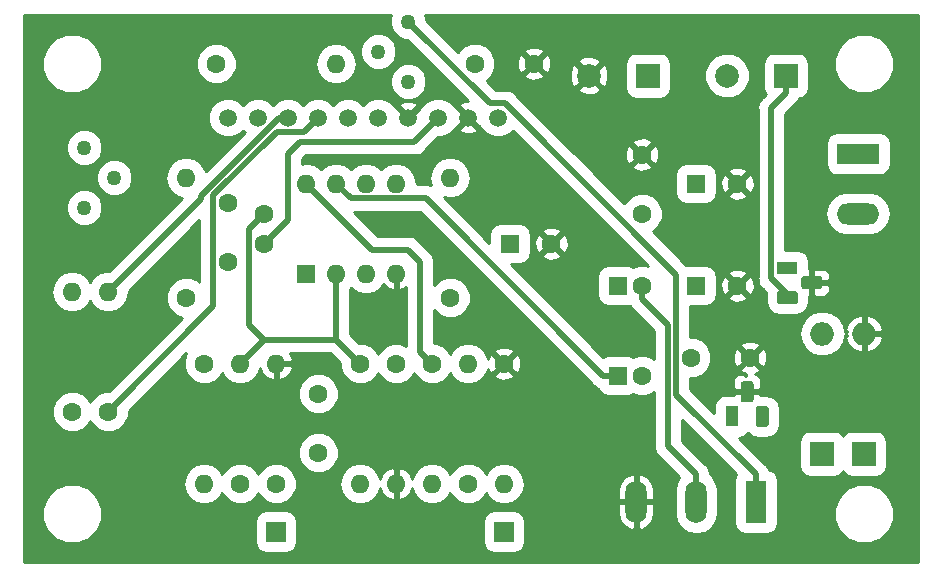
<source format=gbr>
G04 #@! TF.GenerationSoftware,KiCad,Pcbnew,(5.0.0-3-g5ebb6b6)*
G04 #@! TF.CreationDate,2018-08-12T20:31:25+01:00*
G04 #@! TF.ProjectId,SSFXPCB,535346585043422E6B696361645F7063,rev?*
G04 #@! TF.SameCoordinates,Original*
G04 #@! TF.FileFunction,Copper,L1,Top,Signal*
G04 #@! TF.FilePolarity,Positive*
%FSLAX46Y46*%
G04 Gerber Fmt 4.6, Leading zero omitted, Abs format (unit mm)*
G04 Created by KiCad (PCBNEW (5.0.0-3-g5ebb6b6)) date Sunday, 12 August 2018 at 20:31:25*
%MOMM*%
%LPD*%
G01*
G04 APERTURE LIST*
G04 #@! TA.AperFunction,ComponentPad*
%ADD10C,1.500000*%
G04 #@! TD*
G04 #@! TA.AperFunction,ComponentPad*
%ADD11R,1.800000X3.600000*%
G04 #@! TD*
G04 #@! TA.AperFunction,ComponentPad*
%ADD12O,1.800000X3.600000*%
G04 #@! TD*
G04 #@! TA.AperFunction,ComponentPad*
%ADD13C,1.600000*%
G04 #@! TD*
G04 #@! TA.AperFunction,ComponentPad*
%ADD14C,1.260000*%
G04 #@! TD*
G04 #@! TA.AperFunction,ComponentPad*
%ADD15O,1.600000X1.600000*%
G04 #@! TD*
G04 #@! TA.AperFunction,ComponentPad*
%ADD16R,1.600000X1.600000*%
G04 #@! TD*
G04 #@! TA.AperFunction,ComponentPad*
%ADD17R,2.000000X2.000000*%
G04 #@! TD*
G04 #@! TA.AperFunction,ComponentPad*
%ADD18O,2.000000X2.000000*%
G04 #@! TD*
G04 #@! TA.AperFunction,ComponentPad*
%ADD19R,3.600000X1.800000*%
G04 #@! TD*
G04 #@! TA.AperFunction,ComponentPad*
%ADD20O,3.600000X1.800000*%
G04 #@! TD*
G04 #@! TA.AperFunction,ComponentPad*
%ADD21C,2.000000*%
G04 #@! TD*
G04 #@! TA.AperFunction,ComponentPad*
%ADD22R,1.700000X1.700000*%
G04 #@! TD*
G04 #@! TA.AperFunction,Conductor*
%ADD23C,0.100000*%
G04 #@! TD*
G04 #@! TA.AperFunction,ComponentPad*
%ADD24C,1.100000*%
G04 #@! TD*
G04 #@! TA.AperFunction,ComponentPad*
%ADD25R,1.800000X1.100000*%
G04 #@! TD*
G04 #@! TA.AperFunction,ComponentPad*
%ADD26R,1.100000X1.800000*%
G04 #@! TD*
G04 #@! TA.AperFunction,Conductor*
%ADD27C,0.500000*%
G04 #@! TD*
G04 #@! TA.AperFunction,Conductor*
%ADD28C,0.254000*%
G04 #@! TD*
G04 APERTURE END LIST*
D10*
G04 #@! TO.P,U2,10*
G04 #@! TO.N,Net-(R12-Pad2)*
X117856000Y-109220000D03*
G04 #@! TO.P,U2,9*
G04 #@! TO.N,Net-(R12-Pad1)*
X120396000Y-109220000D03*
G04 #@! TO.P,U2,8*
G04 #@! TO.N,Net-(R11-Pad2)*
X122936000Y-109220000D03*
G04 #@! TO.P,U2,7*
G04 #@! TO.N,Net-(R11-Pad1)*
X125476000Y-109220000D03*
G04 #@! TO.P,U2,1*
G04 #@! TO.N,+5V*
X140716000Y-109220000D03*
G04 #@! TO.P,U2,2*
G04 #@! TO.N,GNDD*
X138176000Y-109220000D03*
G04 #@! TO.P,U2,3*
G04 #@! TO.N,Net-(C3-Pad1)*
X135636000Y-109220000D03*
G04 #@! TO.P,U2,4*
G04 #@! TO.N,GNDD*
X133096000Y-109220000D03*
G04 #@! TO.P,U2,5*
G04 #@! TO.N,Net-(RV1-Pad1)*
X130556000Y-109220000D03*
G04 #@! TO.P,U2,6*
G04 #@! TO.N,Net-(R13-Pad2)*
X128016000Y-109220000D03*
G04 #@! TD*
D11*
G04 #@! TO.P,RV5,1*
G04 #@! TO.N,Net-(R13-Pad1)*
X162560000Y-141732000D03*
D12*
G04 #@! TO.P,RV5,2*
G04 #@! TO.N,Net-(C8-Pad2)*
X157480000Y-141732000D03*
G04 #@! TO.P,RV5,3*
G04 #@! TO.N,GNDD*
X152400000Y-141732000D03*
G04 #@! TD*
D13*
G04 #@! TO.P,C15,1*
G04 #@! TO.N,GNDD*
X152908000Y-112348000D03*
G04 #@! TO.P,C15,2*
G04 #@! TO.N,+5V*
X152908000Y-117348000D03*
G04 #@! TD*
D14*
G04 #@! TO.P,RV3,1*
G04 #@! TO.N,Net-(R9-Pad2)*
X105664000Y-111760000D03*
G04 #@! TO.P,RV3,2*
X108204000Y-114300000D03*
G04 #@! TO.P,RV3,3*
G04 #@! TO.N,Net-(C6-Pad2)*
X105664000Y-116840000D03*
G04 #@! TD*
D15*
G04 #@! TO.P,R24,2*
G04 #@! TO.N,VAA*
X135128000Y-140208000D03*
D13*
G04 #@! TO.P,R24,1*
G04 #@! TO.N,+9V*
X135128000Y-130048000D03*
G04 #@! TD*
G04 #@! TO.P,C18,2*
G04 #@! TO.N,GNDD*
X160980000Y-123444000D03*
D16*
G04 #@! TO.P,C18,1*
G04 #@! TO.N,+9V*
X157480000Y-123444000D03*
G04 #@! TD*
D13*
G04 #@! TO.P,C14,2*
G04 #@! TO.N,GNDD*
X160980000Y-114808000D03*
D16*
G04 #@! TO.P,C14,1*
G04 #@! TO.N,+5V*
X157480000Y-114808000D03*
G04 #@! TD*
G04 #@! TO.P,C20,1*
G04 #@! TO.N,VAA*
X141732000Y-119888000D03*
D13*
G04 #@! TO.P,C20,2*
G04 #@! TO.N,GNDD*
X145232000Y-119888000D03*
G04 #@! TD*
D17*
G04 #@! TO.P,D3,1*
G04 #@! TO.N,Net-(C10-Pad1)*
X168148000Y-137668000D03*
D18*
G04 #@! TO.P,D3,2*
G04 #@! TO.N,Net-(D3-Pad2)*
X168148000Y-127508000D03*
G04 #@! TD*
G04 #@! TO.P,D4,2*
G04 #@! TO.N,GNDD*
X171704000Y-127508000D03*
D17*
G04 #@! TO.P,D4,1*
G04 #@! TO.N,Net-(D3-Pad2)*
X171704000Y-137668000D03*
G04 #@! TD*
D15*
G04 #@! TO.P,R14,2*
G04 #@! TO.N,Net-(C7-Pad2)*
X138176000Y-130048000D03*
D13*
G04 #@! TO.P,R14,1*
G04 #@! TO.N,/FromReverb*
X138176000Y-140208000D03*
G04 #@! TD*
D15*
G04 #@! TO.P,R12,2*
G04 #@! TO.N,Net-(R12-Pad2)*
X104648000Y-123952000D03*
D13*
G04 #@! TO.P,R12,1*
G04 #@! TO.N,Net-(R12-Pad1)*
X104648000Y-134112000D03*
G04 #@! TD*
D19*
G04 #@! TO.P,J4,1*
G04 #@! TO.N,Net-(C10-Pad2)*
X171196000Y-112268000D03*
D20*
G04 #@! TO.P,J4,2*
G04 #@! TO.N,Net-(D3-Pad2)*
X171196000Y-117348000D03*
G04 #@! TD*
D16*
G04 #@! TO.P,U1,1*
G04 #@! TO.N,Net-(C3-Pad1)*
X124460000Y-122428000D03*
D15*
G04 #@! TO.P,U1,5*
G04 #@! TO.N,VAA*
X132080000Y-114808000D03*
G04 #@! TO.P,U1,2*
G04 #@! TO.N,Net-(C3-Pad2)*
X127000000Y-122428000D03*
G04 #@! TO.P,U1,6*
G04 #@! TO.N,Net-(C6-Pad2)*
X129540000Y-114808000D03*
G04 #@! TO.P,U1,3*
G04 #@! TO.N,VAA*
X129540000Y-122428000D03*
G04 #@! TO.P,U1,7*
G04 #@! TO.N,Net-(C6-Pad1)*
X127000000Y-114808000D03*
G04 #@! TO.P,U1,4*
G04 #@! TO.N,GNDD*
X132080000Y-122428000D03*
G04 #@! TO.P,U1,8*
G04 #@! TO.N,+9V*
X124460000Y-114808000D03*
G04 #@! TD*
D14*
G04 #@! TO.P,RV1,1*
G04 #@! TO.N,Net-(RV1-Pad1)*
X133096000Y-106172000D03*
G04 #@! TO.P,RV1,2*
G04 #@! TO.N,Net-(C4-Pad2)*
X130556000Y-103632000D03*
G04 #@! TO.P,RV1,3*
G04 #@! TO.N,Net-(R13-Pad1)*
X133096000Y-101092000D03*
G04 #@! TD*
D13*
G04 #@! TO.P,C1,1*
G04 #@! TO.N,Net-(C1-Pad1)*
X125476000Y-132588000D03*
G04 #@! TO.P,C1,2*
G04 #@! TO.N,/ToReverb*
X125476000Y-137588000D03*
G04 #@! TD*
G04 #@! TO.P,C4,2*
G04 #@! TO.N,Net-(C4-Pad2)*
X138764000Y-104648000D03*
G04 #@! TO.P,C4,1*
G04 #@! TO.N,GNDD*
X143764000Y-104648000D03*
G04 #@! TD*
G04 #@! TO.P,C6,1*
G04 #@! TO.N,Net-(C6-Pad1)*
X117856000Y-121412000D03*
G04 #@! TO.P,C6,2*
G04 #@! TO.N,Net-(C6-Pad2)*
X117856000Y-116412000D03*
G04 #@! TD*
D16*
G04 #@! TO.P,C7,1*
G04 #@! TO.N,Net-(C6-Pad1)*
X150876000Y-131064000D03*
D13*
G04 #@! TO.P,C7,2*
G04 #@! TO.N,Net-(C7-Pad2)*
X152876000Y-131064000D03*
G04 #@! TD*
G04 #@! TO.P,C8,2*
G04 #@! TO.N,Net-(C8-Pad2)*
X152876000Y-123444000D03*
D16*
G04 #@! TO.P,C8,1*
G04 #@! TO.N,Net-(C8-Pad1)*
X150876000Y-123444000D03*
G04 #@! TD*
D13*
G04 #@! TO.P,C19,2*
G04 #@! TO.N,+9V*
X157052000Y-129540000D03*
G04 #@! TO.P,C19,1*
G04 #@! TO.N,GNDD*
X162052000Y-129540000D03*
G04 #@! TD*
G04 #@! TO.P,R1,1*
G04 #@! TO.N,/ToReverb*
X121920000Y-140208000D03*
D15*
G04 #@! TO.P,R1,2*
G04 #@! TO.N,GNDD*
X121920000Y-130048000D03*
G04 #@! TD*
D13*
G04 #@! TO.P,R2,1*
G04 #@! TO.N,Net-(C3-Pad2)*
X129032000Y-130048000D03*
D15*
G04 #@! TO.P,R2,2*
G04 #@! TO.N,Net-(C1-Pad1)*
X129032000Y-140208000D03*
G04 #@! TD*
D13*
G04 #@! TO.P,R5,1*
G04 #@! TO.N,Net-(C3-Pad1)*
X118872000Y-140208000D03*
D15*
G04 #@! TO.P,R5,2*
G04 #@! TO.N,Net-(C3-Pad2)*
X118872000Y-130048000D03*
G04 #@! TD*
D13*
G04 #@! TO.P,R7,1*
G04 #@! TO.N,Net-(C6-Pad2)*
X115824000Y-130048000D03*
D15*
G04 #@! TO.P,R7,2*
G04 #@! TO.N,Net-(C3-Pad1)*
X115824000Y-140208000D03*
G04 #@! TD*
D13*
G04 #@! TO.P,R9,1*
G04 #@! TO.N,Net-(C6-Pad1)*
X114300000Y-124460000D03*
D15*
G04 #@! TO.P,R9,2*
G04 #@! TO.N,Net-(R9-Pad2)*
X114300000Y-114300000D03*
G04 #@! TD*
G04 #@! TO.P,R10,2*
G04 #@! TO.N,Net-(C6-Pad2)*
X136652000Y-114300000D03*
D13*
G04 #@! TO.P,R10,1*
G04 #@! TO.N,Net-(C8-Pad1)*
X136652000Y-124460000D03*
G04 #@! TD*
G04 #@! TO.P,R11,1*
G04 #@! TO.N,Net-(R11-Pad1)*
X107696000Y-134112000D03*
D15*
G04 #@! TO.P,R11,2*
G04 #@! TO.N,Net-(R11-Pad2)*
X107696000Y-123952000D03*
G04 #@! TD*
G04 #@! TO.P,R13,2*
G04 #@! TO.N,Net-(R13-Pad2)*
X127000000Y-104648000D03*
D13*
G04 #@! TO.P,R13,1*
G04 #@! TO.N,Net-(R13-Pad1)*
X116840000Y-104648000D03*
G04 #@! TD*
G04 #@! TO.P,R15,1*
G04 #@! TO.N,GNDD*
X141224000Y-130048000D03*
D15*
G04 #@! TO.P,R15,2*
G04 #@! TO.N,/FromReverb*
X141224000Y-140208000D03*
G04 #@! TD*
D13*
G04 #@! TO.P,R25,1*
G04 #@! TO.N,VAA*
X132080000Y-130048000D03*
D15*
G04 #@! TO.P,R25,2*
G04 #@! TO.N,GNDD*
X132080000Y-140208000D03*
G04 #@! TD*
D21*
G04 #@! TO.P,C10,2*
G04 #@! TO.N,Net-(C10-Pad2)*
X160100000Y-105664000D03*
D17*
G04 #@! TO.P,C10,1*
G04 #@! TO.N,Net-(C10-Pad1)*
X165100000Y-105664000D03*
G04 #@! TD*
G04 #@! TO.P,C11,1*
G04 #@! TO.N,Net-(C10-Pad2)*
X153416000Y-105664000D03*
D21*
G04 #@! TO.P,C11,2*
G04 #@! TO.N,GNDD*
X148416000Y-105664000D03*
G04 #@! TD*
D22*
G04 #@! TO.P,J9,1*
G04 #@! TO.N,/ToReverb*
X121920000Y-144272000D03*
G04 #@! TD*
G04 #@! TO.P,J11,1*
G04 #@! TO.N,/FromReverb*
X141224000Y-144272000D03*
G04 #@! TD*
D13*
G04 #@! TO.P,C3,1*
G04 #@! TO.N,Net-(C3-Pad1)*
X120904000Y-119888000D03*
G04 #@! TO.P,C3,2*
G04 #@! TO.N,Net-(C3-Pad2)*
X120904000Y-117388000D03*
G04 #@! TD*
D23*
G04 #@! TO.N,GNDD*
G04 #@! TO.C,U3*
G36*
X167929955Y-122641324D02*
X167956650Y-122645284D01*
X167982828Y-122651841D01*
X168008238Y-122660933D01*
X168032634Y-122672472D01*
X168055782Y-122686346D01*
X168077458Y-122702422D01*
X168097454Y-122720546D01*
X168115578Y-122740542D01*
X168131654Y-122762218D01*
X168145528Y-122785366D01*
X168157067Y-122809762D01*
X168166159Y-122835172D01*
X168172716Y-122861350D01*
X168176676Y-122888045D01*
X168178000Y-122915000D01*
X168178000Y-123465000D01*
X168176676Y-123491955D01*
X168172716Y-123518650D01*
X168166159Y-123544828D01*
X168157067Y-123570238D01*
X168145528Y-123594634D01*
X168131654Y-123617782D01*
X168115578Y-123639458D01*
X168097454Y-123659454D01*
X168077458Y-123677578D01*
X168055782Y-123693654D01*
X168032634Y-123707528D01*
X168008238Y-123719067D01*
X167982828Y-123728159D01*
X167956650Y-123734716D01*
X167929955Y-123738676D01*
X167903000Y-123740000D01*
X166653000Y-123740000D01*
X166626045Y-123738676D01*
X166599350Y-123734716D01*
X166573172Y-123728159D01*
X166547762Y-123719067D01*
X166523366Y-123707528D01*
X166500218Y-123693654D01*
X166478542Y-123677578D01*
X166458546Y-123659454D01*
X166440422Y-123639458D01*
X166424346Y-123617782D01*
X166410472Y-123594634D01*
X166398933Y-123570238D01*
X166389841Y-123544828D01*
X166383284Y-123518650D01*
X166379324Y-123491955D01*
X166378000Y-123465000D01*
X166378000Y-122915000D01*
X166379324Y-122888045D01*
X166383284Y-122861350D01*
X166389841Y-122835172D01*
X166398933Y-122809762D01*
X166410472Y-122785366D01*
X166424346Y-122762218D01*
X166440422Y-122740542D01*
X166458546Y-122720546D01*
X166478542Y-122702422D01*
X166500218Y-122686346D01*
X166523366Y-122672472D01*
X166547762Y-122660933D01*
X166573172Y-122651841D01*
X166599350Y-122645284D01*
X166626045Y-122641324D01*
X166653000Y-122640000D01*
X167903000Y-122640000D01*
X167929955Y-122641324D01*
X167929955Y-122641324D01*
G37*
D24*
G04 #@! TD*
G04 #@! TO.P,U3,2*
G04 #@! TO.N,GNDD*
X167278000Y-123190000D03*
D23*
G04 #@! TO.N,Net-(C10-Pad1)*
G04 #@! TO.C,U3*
G36*
X165859955Y-123911324D02*
X165886650Y-123915284D01*
X165912828Y-123921841D01*
X165938238Y-123930933D01*
X165962634Y-123942472D01*
X165985782Y-123956346D01*
X166007458Y-123972422D01*
X166027454Y-123990546D01*
X166045578Y-124010542D01*
X166061654Y-124032218D01*
X166075528Y-124055366D01*
X166087067Y-124079762D01*
X166096159Y-124105172D01*
X166102716Y-124131350D01*
X166106676Y-124158045D01*
X166108000Y-124185000D01*
X166108000Y-124735000D01*
X166106676Y-124761955D01*
X166102716Y-124788650D01*
X166096159Y-124814828D01*
X166087067Y-124840238D01*
X166075528Y-124864634D01*
X166061654Y-124887782D01*
X166045578Y-124909458D01*
X166027454Y-124929454D01*
X166007458Y-124947578D01*
X165985782Y-124963654D01*
X165962634Y-124977528D01*
X165938238Y-124989067D01*
X165912828Y-124998159D01*
X165886650Y-125004716D01*
X165859955Y-125008676D01*
X165833000Y-125010000D01*
X164583000Y-125010000D01*
X164556045Y-125008676D01*
X164529350Y-125004716D01*
X164503172Y-124998159D01*
X164477762Y-124989067D01*
X164453366Y-124977528D01*
X164430218Y-124963654D01*
X164408542Y-124947578D01*
X164388546Y-124929454D01*
X164370422Y-124909458D01*
X164354346Y-124887782D01*
X164340472Y-124864634D01*
X164328933Y-124840238D01*
X164319841Y-124814828D01*
X164313284Y-124788650D01*
X164309324Y-124761955D01*
X164308000Y-124735000D01*
X164308000Y-124185000D01*
X164309324Y-124158045D01*
X164313284Y-124131350D01*
X164319841Y-124105172D01*
X164328933Y-124079762D01*
X164340472Y-124055366D01*
X164354346Y-124032218D01*
X164370422Y-124010542D01*
X164388546Y-123990546D01*
X164408542Y-123972422D01*
X164430218Y-123956346D01*
X164453366Y-123942472D01*
X164477762Y-123930933D01*
X164503172Y-123921841D01*
X164529350Y-123915284D01*
X164556045Y-123911324D01*
X164583000Y-123910000D01*
X165833000Y-123910000D01*
X165859955Y-123911324D01*
X165859955Y-123911324D01*
G37*
D24*
G04 #@! TD*
G04 #@! TO.P,U3,3*
G04 #@! TO.N,Net-(C10-Pad1)*
X165208000Y-124460000D03*
D25*
G04 #@! TO.P,U3,1*
G04 #@! TO.N,+5V*
X165208000Y-121920000D03*
G04 #@! TD*
D26*
G04 #@! TO.P,U4,1*
G04 #@! TO.N,+9V*
X160528000Y-134512000D03*
D23*
G04 #@! TD*
G04 #@! TO.N,Net-(C10-Pad1)*
G04 #@! TO.C,U4*
G36*
X163369955Y-133613324D02*
X163396650Y-133617284D01*
X163422828Y-133623841D01*
X163448238Y-133632933D01*
X163472634Y-133644472D01*
X163495782Y-133658346D01*
X163517458Y-133674422D01*
X163537454Y-133692546D01*
X163555578Y-133712542D01*
X163571654Y-133734218D01*
X163585528Y-133757366D01*
X163597067Y-133781762D01*
X163606159Y-133807172D01*
X163612716Y-133833350D01*
X163616676Y-133860045D01*
X163618000Y-133887000D01*
X163618000Y-135137000D01*
X163616676Y-135163955D01*
X163612716Y-135190650D01*
X163606159Y-135216828D01*
X163597067Y-135242238D01*
X163585528Y-135266634D01*
X163571654Y-135289782D01*
X163555578Y-135311458D01*
X163537454Y-135331454D01*
X163517458Y-135349578D01*
X163495782Y-135365654D01*
X163472634Y-135379528D01*
X163448238Y-135391067D01*
X163422828Y-135400159D01*
X163396650Y-135406716D01*
X163369955Y-135410676D01*
X163343000Y-135412000D01*
X162793000Y-135412000D01*
X162766045Y-135410676D01*
X162739350Y-135406716D01*
X162713172Y-135400159D01*
X162687762Y-135391067D01*
X162663366Y-135379528D01*
X162640218Y-135365654D01*
X162618542Y-135349578D01*
X162598546Y-135331454D01*
X162580422Y-135311458D01*
X162564346Y-135289782D01*
X162550472Y-135266634D01*
X162538933Y-135242238D01*
X162529841Y-135216828D01*
X162523284Y-135190650D01*
X162519324Y-135163955D01*
X162518000Y-135137000D01*
X162518000Y-133887000D01*
X162519324Y-133860045D01*
X162523284Y-133833350D01*
X162529841Y-133807172D01*
X162538933Y-133781762D01*
X162550472Y-133757366D01*
X162564346Y-133734218D01*
X162580422Y-133712542D01*
X162598546Y-133692546D01*
X162618542Y-133674422D01*
X162640218Y-133658346D01*
X162663366Y-133644472D01*
X162687762Y-133632933D01*
X162713172Y-133623841D01*
X162739350Y-133617284D01*
X162766045Y-133613324D01*
X162793000Y-133612000D01*
X163343000Y-133612000D01*
X163369955Y-133613324D01*
X163369955Y-133613324D01*
G37*
D24*
G04 #@! TO.P,U4,3*
G04 #@! TO.N,Net-(C10-Pad1)*
X163068000Y-134512000D03*
D23*
G04 #@! TD*
G04 #@! TO.N,GNDD*
G04 #@! TO.C,U4*
G36*
X162099955Y-131543324D02*
X162126650Y-131547284D01*
X162152828Y-131553841D01*
X162178238Y-131562933D01*
X162202634Y-131574472D01*
X162225782Y-131588346D01*
X162247458Y-131604422D01*
X162267454Y-131622546D01*
X162285578Y-131642542D01*
X162301654Y-131664218D01*
X162315528Y-131687366D01*
X162327067Y-131711762D01*
X162336159Y-131737172D01*
X162342716Y-131763350D01*
X162346676Y-131790045D01*
X162348000Y-131817000D01*
X162348000Y-133067000D01*
X162346676Y-133093955D01*
X162342716Y-133120650D01*
X162336159Y-133146828D01*
X162327067Y-133172238D01*
X162315528Y-133196634D01*
X162301654Y-133219782D01*
X162285578Y-133241458D01*
X162267454Y-133261454D01*
X162247458Y-133279578D01*
X162225782Y-133295654D01*
X162202634Y-133309528D01*
X162178238Y-133321067D01*
X162152828Y-133330159D01*
X162126650Y-133336716D01*
X162099955Y-133340676D01*
X162073000Y-133342000D01*
X161523000Y-133342000D01*
X161496045Y-133340676D01*
X161469350Y-133336716D01*
X161443172Y-133330159D01*
X161417762Y-133321067D01*
X161393366Y-133309528D01*
X161370218Y-133295654D01*
X161348542Y-133279578D01*
X161328546Y-133261454D01*
X161310422Y-133241458D01*
X161294346Y-133219782D01*
X161280472Y-133196634D01*
X161268933Y-133172238D01*
X161259841Y-133146828D01*
X161253284Y-133120650D01*
X161249324Y-133093955D01*
X161248000Y-133067000D01*
X161248000Y-131817000D01*
X161249324Y-131790045D01*
X161253284Y-131763350D01*
X161259841Y-131737172D01*
X161268933Y-131711762D01*
X161280472Y-131687366D01*
X161294346Y-131664218D01*
X161310422Y-131642542D01*
X161328546Y-131622546D01*
X161348542Y-131604422D01*
X161370218Y-131588346D01*
X161393366Y-131574472D01*
X161417762Y-131562933D01*
X161443172Y-131553841D01*
X161469350Y-131547284D01*
X161496045Y-131543324D01*
X161523000Y-131542000D01*
X162073000Y-131542000D01*
X162099955Y-131543324D01*
X162099955Y-131543324D01*
G37*
D24*
G04 #@! TO.P,U4,2*
G04 #@! TO.N,GNDD*
X161798000Y-132442000D03*
G04 #@! TD*
D27*
G04 #@! TO.N,Net-(C6-Pad1)*
X149576000Y-131064000D02*
X150876000Y-131064000D01*
X134570001Y-116058001D02*
X149576000Y-131064000D01*
X128250001Y-116058001D02*
X134570001Y-116058001D01*
X127000000Y-114808000D02*
X128250001Y-116058001D01*
G04 #@! TO.N,Net-(C10-Pad1)*
X165100000Y-107164000D02*
X165100000Y-105664000D01*
X163857999Y-108406001D02*
X165100000Y-107164000D01*
X163857999Y-122830001D02*
X163857999Y-108406001D01*
X165487998Y-124460000D02*
X163857999Y-122830001D01*
X165608000Y-124460000D02*
X165487998Y-124460000D01*
G04 #@! TO.N,+9V*
X124460000Y-114808000D02*
X130048000Y-120396000D01*
X130048000Y-120396000D02*
X133096000Y-120396000D01*
X133096000Y-120396000D02*
X134112000Y-121412000D01*
X134112000Y-129032000D02*
X135128000Y-130048000D01*
X134112000Y-121412000D02*
X134112000Y-129032000D01*
G04 #@! TO.N,Net-(C3-Pad2)*
X118872000Y-130048000D02*
X120904000Y-128016000D01*
X127000000Y-128016000D02*
X129032000Y-130048000D01*
X120904000Y-128016000D02*
X127000000Y-128016000D01*
X127000000Y-122428000D02*
X127000000Y-128016000D01*
X119653999Y-118638001D02*
X120904000Y-117388000D01*
X119653999Y-126765999D02*
X119653999Y-118638001D01*
X120904000Y-128016000D02*
X119653999Y-126765999D01*
G04 #@! TO.N,Net-(C3-Pad1)*
X122936000Y-117856000D02*
X122936000Y-112268000D01*
X120904000Y-119888000D02*
X122936000Y-117856000D01*
X122936000Y-112268000D02*
X123952000Y-111252000D01*
X133604000Y-111252000D02*
X135636000Y-109220000D01*
X123952000Y-111252000D02*
X133604000Y-111252000D01*
G04 #@! TO.N,Net-(R11-Pad1)*
X124275999Y-110420001D02*
X125476000Y-109220000D01*
X121997997Y-110420001D02*
X124275999Y-110420001D01*
X116605999Y-115811999D02*
X121997997Y-110420001D01*
X116605999Y-125202001D02*
X116605999Y-115811999D01*
X107696000Y-134112000D02*
X116605999Y-125202001D01*
G04 #@! TO.N,Net-(R11-Pad2)*
X122172002Y-109220000D02*
X122936000Y-109220000D01*
X115550001Y-115842001D02*
X122172002Y-109220000D01*
X115550001Y-116097999D02*
X115550001Y-115842001D01*
X107696000Y-123952000D02*
X115550001Y-116097999D01*
G04 #@! TO.N,Net-(C8-Pad2)*
X157480000Y-139432000D02*
X157480000Y-141732000D01*
X155101989Y-137053989D02*
X157480000Y-139432000D01*
X155101989Y-126801359D02*
X155101989Y-137053989D01*
X152876000Y-124575370D02*
X155101989Y-126801359D01*
X152876000Y-123444000D02*
X152876000Y-124575370D01*
G04 #@! TO.N,Net-(R13-Pad1)*
X162560000Y-139432000D02*
X162560000Y-141732000D01*
X155801999Y-132673999D02*
X162560000Y-139432000D01*
X155801999Y-122529997D02*
X155801999Y-132673999D01*
X141292001Y-108019999D02*
X155801999Y-122529997D01*
X140023999Y-108019999D02*
X141292001Y-108019999D01*
X133096000Y-101092000D02*
X140023999Y-108019999D01*
G04 #@! TD*
D28*
G04 #@! TO.N,GNDD*
G36*
X131539000Y-100782294D02*
X131539000Y-101401706D01*
X131776039Y-101973969D01*
X132214031Y-102411961D01*
X132786294Y-102649000D01*
X132988472Y-102649000D01*
X138172842Y-107833371D01*
X137830552Y-107850770D01*
X137452077Y-108007540D01*
X137384088Y-108248483D01*
X138176000Y-109040395D01*
X138190143Y-109026253D01*
X138369748Y-109205858D01*
X138355605Y-109220000D01*
X139147517Y-110011912D01*
X139220338Y-109991364D01*
X139294308Y-110169944D01*
X139766056Y-110641692D01*
X140382424Y-110897000D01*
X141049576Y-110897000D01*
X141665944Y-110641692D01*
X141957555Y-110350081D01*
X153398685Y-121791212D01*
X153219522Y-121717000D01*
X152532478Y-121717000D01*
X152177351Y-121864098D01*
X152037697Y-121770785D01*
X151676000Y-121698839D01*
X150076000Y-121698839D01*
X149714303Y-121770785D01*
X149407670Y-121975670D01*
X149202785Y-122282303D01*
X149130839Y-122644000D01*
X149130839Y-124244000D01*
X149202785Y-124605697D01*
X149407670Y-124912330D01*
X149714303Y-125117215D01*
X150076000Y-125189161D01*
X151676000Y-125189161D01*
X151847733Y-125155001D01*
X152027432Y-125423939D01*
X152125705Y-125489603D01*
X153924989Y-127288888D01*
X153924989Y-129670642D01*
X153854267Y-129599920D01*
X153219522Y-129337000D01*
X152532478Y-129337000D01*
X152177351Y-129484098D01*
X152037697Y-129390785D01*
X151676000Y-129318839D01*
X150076000Y-129318839D01*
X149714303Y-129390785D01*
X149626190Y-129449660D01*
X141809690Y-121633161D01*
X142532000Y-121633161D01*
X142893697Y-121561215D01*
X143200330Y-121356330D01*
X143405215Y-121049697D01*
X143435837Y-120895745D01*
X144403861Y-120895745D01*
X144477995Y-121141864D01*
X145015223Y-121334965D01*
X145585454Y-121307778D01*
X145986005Y-121141864D01*
X146060139Y-120895745D01*
X145232000Y-120067605D01*
X144403861Y-120895745D01*
X143435837Y-120895745D01*
X143477161Y-120688000D01*
X143477161Y-119671223D01*
X143785035Y-119671223D01*
X143812222Y-120241454D01*
X143978136Y-120642005D01*
X144224255Y-120716139D01*
X145052395Y-119888000D01*
X145411605Y-119888000D01*
X146239745Y-120716139D01*
X146485864Y-120642005D01*
X146678965Y-120104777D01*
X146651778Y-119534546D01*
X146485864Y-119133995D01*
X146239745Y-119059861D01*
X145411605Y-119888000D01*
X145052395Y-119888000D01*
X144224255Y-119059861D01*
X143978136Y-119133995D01*
X143785035Y-119671223D01*
X143477161Y-119671223D01*
X143477161Y-119088000D01*
X143435838Y-118880255D01*
X144403861Y-118880255D01*
X145232000Y-119708395D01*
X146060139Y-118880255D01*
X145986005Y-118634136D01*
X145448777Y-118441035D01*
X144878546Y-118468222D01*
X144477995Y-118634136D01*
X144403861Y-118880255D01*
X143435838Y-118880255D01*
X143405215Y-118726303D01*
X143200330Y-118419670D01*
X142893697Y-118214785D01*
X142532000Y-118142839D01*
X140932000Y-118142839D01*
X140570303Y-118214785D01*
X140263670Y-118419670D01*
X140058785Y-118726303D01*
X139986839Y-119088000D01*
X139986839Y-119810310D01*
X136134406Y-115957877D01*
X136481909Y-116027000D01*
X136822091Y-116027000D01*
X137325842Y-115926798D01*
X137897097Y-115545097D01*
X138278798Y-114973842D01*
X138412833Y-114300000D01*
X138278798Y-113626158D01*
X137897097Y-113054903D01*
X137325842Y-112673202D01*
X136822091Y-112573000D01*
X136481909Y-112573000D01*
X135978158Y-112673202D01*
X135406903Y-113054903D01*
X135025202Y-113626158D01*
X134891167Y-114300000D01*
X135019951Y-114947444D01*
X134685921Y-114881001D01*
X134685916Y-114881001D01*
X134570001Y-114857944D01*
X134454086Y-114881001D01*
X133826312Y-114881001D01*
X133840833Y-114808000D01*
X133706798Y-114134158D01*
X133325097Y-113562903D01*
X132753842Y-113181202D01*
X132250091Y-113081000D01*
X131909909Y-113081000D01*
X131406158Y-113181202D01*
X130834903Y-113562903D01*
X130810000Y-113600173D01*
X130785097Y-113562903D01*
X130213842Y-113181202D01*
X129710091Y-113081000D01*
X129369909Y-113081000D01*
X128866158Y-113181202D01*
X128294903Y-113562903D01*
X128270000Y-113600173D01*
X128245097Y-113562903D01*
X127673842Y-113181202D01*
X127170091Y-113081000D01*
X126829909Y-113081000D01*
X126326158Y-113181202D01*
X125754903Y-113562903D01*
X125730000Y-113600173D01*
X125705097Y-113562903D01*
X125133842Y-113181202D01*
X124630091Y-113081000D01*
X124289909Y-113081000D01*
X124113000Y-113116189D01*
X124113000Y-112755528D01*
X124439529Y-112429000D01*
X133488085Y-112429000D01*
X133604000Y-112452057D01*
X133719915Y-112429000D01*
X133719920Y-112429000D01*
X134063242Y-112360709D01*
X134452569Y-112100569D01*
X134518235Y-112002293D01*
X135623529Y-110897000D01*
X135969576Y-110897000D01*
X136585944Y-110641692D01*
X137036119Y-110191517D01*
X137384088Y-110191517D01*
X137452077Y-110432460D01*
X137971171Y-110617201D01*
X138521448Y-110589230D01*
X138899923Y-110432460D01*
X138967912Y-110191517D01*
X138176000Y-109399605D01*
X137384088Y-110191517D01*
X137036119Y-110191517D01*
X137057692Y-110169944D01*
X137131662Y-109991364D01*
X137204483Y-110011912D01*
X137996395Y-109220000D01*
X137204483Y-108428088D01*
X137131662Y-108448636D01*
X137057692Y-108270056D01*
X136585944Y-107798308D01*
X135969576Y-107543000D01*
X135302424Y-107543000D01*
X134686056Y-107798308D01*
X134214308Y-108270056D01*
X134140338Y-108448636D01*
X134067517Y-108428088D01*
X133275605Y-109220000D01*
X133289748Y-109234143D01*
X133110143Y-109413748D01*
X133096000Y-109399605D01*
X133081858Y-109413748D01*
X132902253Y-109234143D01*
X132916395Y-109220000D01*
X132124483Y-108428088D01*
X132051662Y-108448636D01*
X131977692Y-108270056D01*
X131956119Y-108248483D01*
X132304088Y-108248483D01*
X133096000Y-109040395D01*
X133887912Y-108248483D01*
X133819923Y-108007540D01*
X133300829Y-107822799D01*
X132750552Y-107850770D01*
X132372077Y-108007540D01*
X132304088Y-108248483D01*
X131956119Y-108248483D01*
X131505944Y-107798308D01*
X130889576Y-107543000D01*
X130222424Y-107543000D01*
X129606056Y-107798308D01*
X129286000Y-108118364D01*
X128965944Y-107798308D01*
X128349576Y-107543000D01*
X127682424Y-107543000D01*
X127066056Y-107798308D01*
X126746000Y-108118364D01*
X126425944Y-107798308D01*
X125809576Y-107543000D01*
X125142424Y-107543000D01*
X124526056Y-107798308D01*
X124206000Y-108118364D01*
X123885944Y-107798308D01*
X123269576Y-107543000D01*
X122602424Y-107543000D01*
X121986056Y-107798308D01*
X121666000Y-108118364D01*
X121345944Y-107798308D01*
X120729576Y-107543000D01*
X120062424Y-107543000D01*
X119446056Y-107798308D01*
X119126000Y-108118364D01*
X118805944Y-107798308D01*
X118189576Y-107543000D01*
X117522424Y-107543000D01*
X116906056Y-107798308D01*
X116434308Y-108270056D01*
X116179000Y-108886424D01*
X116179000Y-109553576D01*
X116434308Y-110169944D01*
X116906056Y-110641692D01*
X117522424Y-110897000D01*
X118189576Y-110897000D01*
X118805944Y-110641692D01*
X119126000Y-110321636D01*
X119265919Y-110461555D01*
X115955752Y-113771722D01*
X115926798Y-113626158D01*
X115545097Y-113054903D01*
X114973842Y-112673202D01*
X114470091Y-112573000D01*
X114129909Y-112573000D01*
X113626158Y-112673202D01*
X113054903Y-113054903D01*
X112673202Y-113626158D01*
X112539167Y-114300000D01*
X112673202Y-114973842D01*
X113054903Y-115545097D01*
X113626158Y-115926798D01*
X113985246Y-115998225D01*
X107758472Y-122225000D01*
X107525909Y-122225000D01*
X107022158Y-122325202D01*
X106450903Y-122706903D01*
X106172000Y-123124310D01*
X105893097Y-122706903D01*
X105321842Y-122325202D01*
X104818091Y-122225000D01*
X104477909Y-122225000D01*
X103974158Y-122325202D01*
X103402903Y-122706903D01*
X103021202Y-123278158D01*
X102887167Y-123952000D01*
X103021202Y-124625842D01*
X103402903Y-125197097D01*
X103974158Y-125578798D01*
X104477909Y-125679000D01*
X104818091Y-125679000D01*
X105321842Y-125578798D01*
X105893097Y-125197097D01*
X106172000Y-124779690D01*
X106450903Y-125197097D01*
X107022158Y-125578798D01*
X107525909Y-125679000D01*
X107866091Y-125679000D01*
X108369842Y-125578798D01*
X108941097Y-125197097D01*
X109322798Y-124625842D01*
X109456833Y-123952000D01*
X109440855Y-123871673D01*
X115429000Y-117883529D01*
X115428999Y-123146652D01*
X115278267Y-122995920D01*
X114643522Y-122733000D01*
X113956478Y-122733000D01*
X113321733Y-122995920D01*
X112835920Y-123481733D01*
X112573000Y-124116478D01*
X112573000Y-124803522D01*
X112835920Y-125438267D01*
X113321733Y-125924080D01*
X113956473Y-126186998D01*
X107758472Y-132385000D01*
X107352478Y-132385000D01*
X106717733Y-132647920D01*
X106231920Y-133133733D01*
X106172000Y-133278393D01*
X106112080Y-133133733D01*
X105626267Y-132647920D01*
X104991522Y-132385000D01*
X104304478Y-132385000D01*
X103669733Y-132647920D01*
X103183920Y-133133733D01*
X102921000Y-133768478D01*
X102921000Y-134455522D01*
X103183920Y-135090267D01*
X103669733Y-135576080D01*
X104304478Y-135839000D01*
X104991522Y-135839000D01*
X105626267Y-135576080D01*
X106112080Y-135090267D01*
X106172000Y-134945607D01*
X106231920Y-135090267D01*
X106717733Y-135576080D01*
X107352478Y-135839000D01*
X108039522Y-135839000D01*
X108674267Y-135576080D01*
X109160080Y-135090267D01*
X109423000Y-134455522D01*
X109423000Y-134049528D01*
X111228050Y-132244478D01*
X123749000Y-132244478D01*
X123749000Y-132931522D01*
X124011920Y-133566267D01*
X124497733Y-134052080D01*
X125132478Y-134315000D01*
X125819522Y-134315000D01*
X126454267Y-134052080D01*
X126940080Y-133566267D01*
X127203000Y-132931522D01*
X127203000Y-132244478D01*
X126940080Y-131609733D01*
X126454267Y-131123920D01*
X125819522Y-130861000D01*
X125132478Y-130861000D01*
X124497733Y-131123920D01*
X124011920Y-131609733D01*
X123749000Y-132244478D01*
X111228050Y-132244478D01*
X114329602Y-129142927D01*
X114097000Y-129704478D01*
X114097000Y-130391522D01*
X114359920Y-131026267D01*
X114845733Y-131512080D01*
X115480478Y-131775000D01*
X116167522Y-131775000D01*
X116802267Y-131512080D01*
X117288080Y-131026267D01*
X117349513Y-130877954D01*
X117626903Y-131293097D01*
X118198158Y-131674798D01*
X118701909Y-131775000D01*
X119042091Y-131775000D01*
X119545842Y-131674798D01*
X120117097Y-131293097D01*
X120498798Y-130721842D01*
X120552953Y-130449583D01*
X120767611Y-130903134D01*
X121182577Y-131279041D01*
X121570961Y-131439904D01*
X121793000Y-131317915D01*
X121793000Y-130175000D01*
X122047000Y-130175000D01*
X122047000Y-131317915D01*
X122269039Y-131439904D01*
X122657423Y-131279041D01*
X123072389Y-130903134D01*
X123311914Y-130397041D01*
X123190629Y-130175000D01*
X122047000Y-130175000D01*
X121793000Y-130175000D01*
X121773000Y-130175000D01*
X121773000Y-129921000D01*
X121793000Y-129921000D01*
X121793000Y-129901000D01*
X122047000Y-129901000D01*
X122047000Y-129921000D01*
X123190629Y-129921000D01*
X123311914Y-129698959D01*
X123072452Y-129193000D01*
X126512472Y-129193000D01*
X127305000Y-129985529D01*
X127305000Y-130391522D01*
X127567920Y-131026267D01*
X128053733Y-131512080D01*
X128688478Y-131775000D01*
X129375522Y-131775000D01*
X130010267Y-131512080D01*
X130496080Y-131026267D01*
X130556000Y-130881607D01*
X130615920Y-131026267D01*
X131101733Y-131512080D01*
X131736478Y-131775000D01*
X132423522Y-131775000D01*
X133058267Y-131512080D01*
X133544080Y-131026267D01*
X133604000Y-130881607D01*
X133663920Y-131026267D01*
X134149733Y-131512080D01*
X134784478Y-131775000D01*
X135471522Y-131775000D01*
X136106267Y-131512080D01*
X136592080Y-131026267D01*
X136653513Y-130877954D01*
X136930903Y-131293097D01*
X137502158Y-131674798D01*
X138005909Y-131775000D01*
X138346091Y-131775000D01*
X138849842Y-131674798D01*
X139421097Y-131293097D01*
X139579690Y-131055745D01*
X140395861Y-131055745D01*
X140469995Y-131301864D01*
X141007223Y-131494965D01*
X141577454Y-131467778D01*
X141978005Y-131301864D01*
X142052139Y-131055745D01*
X141224000Y-130227605D01*
X140395861Y-131055745D01*
X139579690Y-131055745D01*
X139802798Y-130721842D01*
X139846314Y-130503072D01*
X139970136Y-130802005D01*
X140216255Y-130876139D01*
X141044395Y-130048000D01*
X141403605Y-130048000D01*
X142231745Y-130876139D01*
X142477864Y-130802005D01*
X142670965Y-130264777D01*
X142643778Y-129694546D01*
X142477864Y-129293995D01*
X142231745Y-129219861D01*
X141403605Y-130048000D01*
X141044395Y-130048000D01*
X140216255Y-129219861D01*
X139970136Y-129293995D01*
X139852147Y-129622253D01*
X139802798Y-129374158D01*
X139579691Y-129040255D01*
X140395861Y-129040255D01*
X141224000Y-129868395D01*
X142052139Y-129040255D01*
X141978005Y-128794136D01*
X141440777Y-128601035D01*
X140870546Y-128628222D01*
X140469995Y-128794136D01*
X140395861Y-129040255D01*
X139579691Y-129040255D01*
X139421097Y-128802903D01*
X138849842Y-128421202D01*
X138346091Y-128321000D01*
X138005909Y-128321000D01*
X137502158Y-128421202D01*
X136930903Y-128802903D01*
X136653513Y-129218046D01*
X136592080Y-129069733D01*
X136106267Y-128583920D01*
X135471522Y-128321000D01*
X135289000Y-128321000D01*
X135289000Y-125539347D01*
X135673733Y-125924080D01*
X136308478Y-126187000D01*
X136995522Y-126187000D01*
X137630267Y-125924080D01*
X138116080Y-125438267D01*
X138379000Y-124803522D01*
X138379000Y-124116478D01*
X138116080Y-123481733D01*
X137630267Y-122995920D01*
X136995522Y-122733000D01*
X136308478Y-122733000D01*
X135673733Y-122995920D01*
X135289000Y-123380653D01*
X135289000Y-121527915D01*
X135312057Y-121412000D01*
X135289000Y-121296084D01*
X135289000Y-121296080D01*
X135220709Y-120952758D01*
X134960569Y-120563431D01*
X134862296Y-120497767D01*
X134010235Y-119645706D01*
X133944569Y-119547431D01*
X133555242Y-119287291D01*
X133211920Y-119219000D01*
X133211915Y-119219000D01*
X133096000Y-119195943D01*
X132980085Y-119219000D01*
X130535530Y-119219000D01*
X128551530Y-117235001D01*
X134082473Y-117235001D01*
X148661769Y-131814299D01*
X148727431Y-131912569D01*
X148825701Y-131978231D01*
X148825702Y-131978232D01*
X148921538Y-132042267D01*
X149116758Y-132172709D01*
X149195355Y-132188343D01*
X149202785Y-132225697D01*
X149407670Y-132532330D01*
X149714303Y-132737215D01*
X150076000Y-132809161D01*
X151676000Y-132809161D01*
X152037697Y-132737215D01*
X152177351Y-132643902D01*
X152532478Y-132791000D01*
X153219522Y-132791000D01*
X153854267Y-132528080D01*
X153924990Y-132457357D01*
X153924990Y-136938069D01*
X153901932Y-137053989D01*
X153924990Y-137169909D01*
X153993281Y-137513231D01*
X154253421Y-137902558D01*
X154351693Y-137968222D01*
X156056851Y-139673381D01*
X155759005Y-140119140D01*
X155653001Y-140652057D01*
X155653000Y-142811942D01*
X155759004Y-143344859D01*
X156162806Y-143949194D01*
X156767140Y-144352996D01*
X157480000Y-144494793D01*
X158192859Y-144352996D01*
X158797194Y-143949194D01*
X159200996Y-143344860D01*
X159307000Y-142811943D01*
X159307000Y-140652057D01*
X159200996Y-140119140D01*
X158797194Y-139514806D01*
X158679260Y-139436005D01*
X158680057Y-139431999D01*
X158657000Y-139316084D01*
X158657000Y-139316080D01*
X158588709Y-138972758D01*
X158484031Y-138816096D01*
X158394232Y-138681702D01*
X158394231Y-138681701D01*
X158328569Y-138583431D01*
X158230299Y-138517769D01*
X156278989Y-136566461D01*
X156278989Y-134815517D01*
X160885715Y-139422244D01*
X160786785Y-139570303D01*
X160714839Y-139932000D01*
X160714839Y-143532000D01*
X160786785Y-143893697D01*
X160991670Y-144200330D01*
X161298303Y-144405215D01*
X161660000Y-144477161D01*
X163460000Y-144477161D01*
X163821697Y-144405215D01*
X164128330Y-144200330D01*
X164333215Y-143893697D01*
X164405161Y-143532000D01*
X164405161Y-142245348D01*
X169177000Y-142245348D01*
X169177000Y-143250652D01*
X169561713Y-144179431D01*
X170272569Y-144890287D01*
X171201348Y-145275000D01*
X172206652Y-145275000D01*
X173135431Y-144890287D01*
X173846287Y-144179431D01*
X174231000Y-143250652D01*
X174231000Y-142245348D01*
X173846287Y-141316569D01*
X173135431Y-140605713D01*
X172206652Y-140221000D01*
X171201348Y-140221000D01*
X170272569Y-140605713D01*
X169561713Y-141316569D01*
X169177000Y-142245348D01*
X164405161Y-142245348D01*
X164405161Y-139932000D01*
X164333215Y-139570303D01*
X164128330Y-139263670D01*
X163821697Y-139058785D01*
X163680223Y-139030644D01*
X163668709Y-138972757D01*
X163474232Y-138681703D01*
X163408569Y-138583431D01*
X163310297Y-138517768D01*
X161460529Y-136668000D01*
X166202839Y-136668000D01*
X166202839Y-138668000D01*
X166274785Y-139029697D01*
X166479670Y-139336330D01*
X166786303Y-139541215D01*
X167148000Y-139613161D01*
X169148000Y-139613161D01*
X169509697Y-139541215D01*
X169816330Y-139336330D01*
X169926000Y-139172197D01*
X170035670Y-139336330D01*
X170342303Y-139541215D01*
X170704000Y-139613161D01*
X172704000Y-139613161D01*
X173065697Y-139541215D01*
X173372330Y-139336330D01*
X173577215Y-139029697D01*
X173649161Y-138668000D01*
X173649161Y-136668000D01*
X173577215Y-136306303D01*
X173372330Y-135999670D01*
X173065697Y-135794785D01*
X172704000Y-135722839D01*
X170704000Y-135722839D01*
X170342303Y-135794785D01*
X170035670Y-135999670D01*
X169926000Y-136163803D01*
X169816330Y-135999670D01*
X169509697Y-135794785D01*
X169148000Y-135722839D01*
X167148000Y-135722839D01*
X166786303Y-135794785D01*
X166479670Y-135999670D01*
X166274785Y-136306303D01*
X166202839Y-136668000D01*
X161460529Y-136668000D01*
X161137796Y-136345267D01*
X161439697Y-136285215D01*
X161746330Y-136080330D01*
X161865182Y-135902454D01*
X161930216Y-135999784D01*
X162326065Y-136264282D01*
X162793000Y-136357161D01*
X163343000Y-136357161D01*
X163809935Y-136264282D01*
X164205784Y-135999784D01*
X164470282Y-135603935D01*
X164563161Y-135137000D01*
X164563161Y-133887000D01*
X164470282Y-133420065D01*
X164205784Y-133024216D01*
X163809935Y-132759718D01*
X163343000Y-132666839D01*
X162922089Y-132666839D01*
X162824250Y-132569000D01*
X161925000Y-132569000D01*
X161925000Y-132589000D01*
X161671000Y-132589000D01*
X161671000Y-132569000D01*
X160771750Y-132569000D01*
X160673911Y-132666839D01*
X159978000Y-132666839D01*
X159616303Y-132738785D01*
X159309670Y-132943670D01*
X159104785Y-133250303D01*
X159032839Y-133612000D01*
X159032839Y-134240311D01*
X156978999Y-132186471D01*
X156978999Y-131415690D01*
X160613000Y-131415690D01*
X160613000Y-132156250D01*
X160771750Y-132315000D01*
X161671000Y-132315000D01*
X161671000Y-132295000D01*
X161925000Y-132295000D01*
X161925000Y-132315000D01*
X162824250Y-132315000D01*
X162983000Y-132156250D01*
X162983000Y-131415690D01*
X162886327Y-131182301D01*
X162707698Y-131003673D01*
X162503590Y-130919129D01*
X162806005Y-130793864D01*
X162880139Y-130547745D01*
X162052000Y-129719605D01*
X161223861Y-130547745D01*
X161297995Y-130793864D01*
X161670998Y-130927936D01*
X161670998Y-131065748D01*
X161512250Y-130907000D01*
X161121691Y-130907000D01*
X160888302Y-131003673D01*
X160709673Y-131182301D01*
X160613000Y-131415690D01*
X156978999Y-131415690D01*
X156978999Y-131267000D01*
X157395522Y-131267000D01*
X158030267Y-131004080D01*
X158516080Y-130518267D01*
X158779000Y-129883522D01*
X158779000Y-129323223D01*
X160605035Y-129323223D01*
X160632222Y-129893454D01*
X160798136Y-130294005D01*
X161044255Y-130368139D01*
X161872395Y-129540000D01*
X162231605Y-129540000D01*
X163059745Y-130368139D01*
X163305864Y-130294005D01*
X163498965Y-129756777D01*
X163471778Y-129186546D01*
X163305864Y-128785995D01*
X163059745Y-128711861D01*
X162231605Y-129540000D01*
X161872395Y-129540000D01*
X161044255Y-128711861D01*
X160798136Y-128785995D01*
X160605035Y-129323223D01*
X158779000Y-129323223D01*
X158779000Y-129196478D01*
X158516080Y-128561733D01*
X158486602Y-128532255D01*
X161223861Y-128532255D01*
X162052000Y-129360395D01*
X162880139Y-128532255D01*
X162806005Y-128286136D01*
X162268777Y-128093035D01*
X161698546Y-128120222D01*
X161297995Y-128286136D01*
X161223861Y-128532255D01*
X158486602Y-128532255D01*
X158030267Y-128075920D01*
X157395522Y-127813000D01*
X156978999Y-127813000D01*
X156978999Y-127508000D01*
X166183248Y-127508000D01*
X166332806Y-128259878D01*
X166758711Y-128897289D01*
X167396122Y-129323194D01*
X167958208Y-129435000D01*
X168337792Y-129435000D01*
X168899878Y-129323194D01*
X169537289Y-128897289D01*
X169963194Y-128259878D01*
X170087490Y-127635002D01*
X170232680Y-127635002D01*
X170113867Y-127888435D01*
X170380495Y-128467994D01*
X170848615Y-128901402D01*
X171323566Y-129098124D01*
X171577000Y-128978777D01*
X171577000Y-127635000D01*
X171831000Y-127635000D01*
X171831000Y-128978777D01*
X172084434Y-129098124D01*
X172559385Y-128901402D01*
X173027505Y-128467994D01*
X173294133Y-127888435D01*
X173175319Y-127635000D01*
X171831000Y-127635000D01*
X171577000Y-127635000D01*
X171557000Y-127635000D01*
X171557000Y-127381000D01*
X171577000Y-127381000D01*
X171577000Y-126037223D01*
X171831000Y-126037223D01*
X171831000Y-127381000D01*
X173175319Y-127381000D01*
X173294133Y-127127565D01*
X173027505Y-126548006D01*
X172559385Y-126114598D01*
X172084434Y-125917876D01*
X171831000Y-126037223D01*
X171577000Y-126037223D01*
X171323566Y-125917876D01*
X170848615Y-126114598D01*
X170380495Y-126548006D01*
X170113867Y-127127565D01*
X170232680Y-127380998D01*
X170087490Y-127380998D01*
X169963194Y-126756122D01*
X169537289Y-126118711D01*
X168899878Y-125692806D01*
X168337792Y-125581000D01*
X167958208Y-125581000D01*
X167396122Y-125692806D01*
X166758711Y-126118711D01*
X166332806Y-126756122D01*
X166183248Y-127508000D01*
X156978999Y-127508000D01*
X156978999Y-125189161D01*
X158280000Y-125189161D01*
X158641697Y-125117215D01*
X158948330Y-124912330D01*
X159153215Y-124605697D01*
X159183837Y-124451745D01*
X160151861Y-124451745D01*
X160225995Y-124697864D01*
X160763223Y-124890965D01*
X161333454Y-124863778D01*
X161734005Y-124697864D01*
X161808139Y-124451745D01*
X160980000Y-123623605D01*
X160151861Y-124451745D01*
X159183837Y-124451745D01*
X159225161Y-124244000D01*
X159225161Y-123227223D01*
X159533035Y-123227223D01*
X159560222Y-123797454D01*
X159726136Y-124198005D01*
X159972255Y-124272139D01*
X160800395Y-123444000D01*
X161159605Y-123444000D01*
X161987745Y-124272139D01*
X162233864Y-124198005D01*
X162426965Y-123660777D01*
X162399778Y-123090546D01*
X162233864Y-122689995D01*
X161987745Y-122615861D01*
X161159605Y-123444000D01*
X160800395Y-123444000D01*
X159972255Y-122615861D01*
X159726136Y-122689995D01*
X159533035Y-123227223D01*
X159225161Y-123227223D01*
X159225161Y-122644000D01*
X159183838Y-122436255D01*
X160151861Y-122436255D01*
X160980000Y-123264395D01*
X161808139Y-122436255D01*
X161734005Y-122190136D01*
X161196777Y-121997035D01*
X160626546Y-122024222D01*
X160225995Y-122190136D01*
X160151861Y-122436255D01*
X159183838Y-122436255D01*
X159153215Y-122282303D01*
X158948330Y-121975670D01*
X158641697Y-121770785D01*
X158280000Y-121698839D01*
X156680000Y-121698839D01*
X156664290Y-121701964D01*
X156650568Y-121681428D01*
X156552296Y-121615765D01*
X153788929Y-118852399D01*
X153886267Y-118812080D01*
X154372080Y-118326267D01*
X154635000Y-117691522D01*
X154635000Y-117004478D01*
X154372080Y-116369733D01*
X153886267Y-115883920D01*
X153251522Y-115621000D01*
X152564478Y-115621000D01*
X151929733Y-115883920D01*
X151443920Y-116369733D01*
X151403601Y-116467071D01*
X148944530Y-114008000D01*
X155734839Y-114008000D01*
X155734839Y-115608000D01*
X155806785Y-115969697D01*
X156011670Y-116276330D01*
X156318303Y-116481215D01*
X156680000Y-116553161D01*
X158280000Y-116553161D01*
X158641697Y-116481215D01*
X158948330Y-116276330D01*
X159153215Y-115969697D01*
X159183837Y-115815745D01*
X160151861Y-115815745D01*
X160225995Y-116061864D01*
X160763223Y-116254965D01*
X161333454Y-116227778D01*
X161734005Y-116061864D01*
X161808139Y-115815745D01*
X160980000Y-114987605D01*
X160151861Y-115815745D01*
X159183837Y-115815745D01*
X159225161Y-115608000D01*
X159225161Y-114591223D01*
X159533035Y-114591223D01*
X159560222Y-115161454D01*
X159726136Y-115562005D01*
X159972255Y-115636139D01*
X160800395Y-114808000D01*
X161159605Y-114808000D01*
X161987745Y-115636139D01*
X162233864Y-115562005D01*
X162426965Y-115024777D01*
X162399778Y-114454546D01*
X162233864Y-114053995D01*
X161987745Y-113979861D01*
X161159605Y-114808000D01*
X160800395Y-114808000D01*
X159972255Y-113979861D01*
X159726136Y-114053995D01*
X159533035Y-114591223D01*
X159225161Y-114591223D01*
X159225161Y-114008000D01*
X159183838Y-113800255D01*
X160151861Y-113800255D01*
X160980000Y-114628395D01*
X161808139Y-113800255D01*
X161734005Y-113554136D01*
X161196777Y-113361035D01*
X160626546Y-113388222D01*
X160225995Y-113554136D01*
X160151861Y-113800255D01*
X159183838Y-113800255D01*
X159153215Y-113646303D01*
X158948330Y-113339670D01*
X158641697Y-113134785D01*
X158280000Y-113062839D01*
X156680000Y-113062839D01*
X156318303Y-113134785D01*
X156011670Y-113339670D01*
X155806785Y-113646303D01*
X155734839Y-114008000D01*
X148944530Y-114008000D01*
X148292275Y-113355745D01*
X152079861Y-113355745D01*
X152153995Y-113601864D01*
X152691223Y-113794965D01*
X153261454Y-113767778D01*
X153662005Y-113601864D01*
X153736139Y-113355745D01*
X152908000Y-112527605D01*
X152079861Y-113355745D01*
X148292275Y-113355745D01*
X147067753Y-112131223D01*
X151461035Y-112131223D01*
X151488222Y-112701454D01*
X151654136Y-113102005D01*
X151900255Y-113176139D01*
X152728395Y-112348000D01*
X153087605Y-112348000D01*
X153915745Y-113176139D01*
X154161864Y-113102005D01*
X154354965Y-112564777D01*
X154327778Y-111994546D01*
X154161864Y-111593995D01*
X153915745Y-111519861D01*
X153087605Y-112348000D01*
X152728395Y-112348000D01*
X151900255Y-111519861D01*
X151654136Y-111593995D01*
X151461035Y-112131223D01*
X147067753Y-112131223D01*
X146276785Y-111340255D01*
X152079861Y-111340255D01*
X152908000Y-112168395D01*
X153736139Y-111340255D01*
X153662005Y-111094136D01*
X153124777Y-110901035D01*
X152554546Y-110928222D01*
X152153995Y-111094136D01*
X152079861Y-111340255D01*
X146276785Y-111340255D01*
X143342531Y-108406001D01*
X162657942Y-108406001D01*
X162681000Y-108521921D01*
X162680999Y-122714086D01*
X162657942Y-122830001D01*
X162680999Y-122945916D01*
X162680999Y-122945920D01*
X162749290Y-123289242D01*
X163009430Y-123678570D01*
X163107706Y-123744236D01*
X163393637Y-124030167D01*
X163362839Y-124185000D01*
X163362839Y-124735000D01*
X163455718Y-125201935D01*
X163720216Y-125597784D01*
X164116065Y-125862282D01*
X164583000Y-125955161D01*
X165833000Y-125955161D01*
X166299935Y-125862282D01*
X166695784Y-125597784D01*
X166960282Y-125201935D01*
X167053161Y-124735000D01*
X167053161Y-124314089D01*
X167151000Y-124216250D01*
X167151000Y-123317000D01*
X167405000Y-123317000D01*
X167405000Y-124216250D01*
X167563750Y-124375000D01*
X168304310Y-124375000D01*
X168537699Y-124278327D01*
X168716327Y-124099698D01*
X168813000Y-123866309D01*
X168813000Y-123475750D01*
X168654250Y-123317000D01*
X167405000Y-123317000D01*
X167151000Y-123317000D01*
X167131000Y-123317000D01*
X167131000Y-123063000D01*
X167151000Y-123063000D01*
X167151000Y-122163750D01*
X167405000Y-122163750D01*
X167405000Y-123063000D01*
X168654250Y-123063000D01*
X168813000Y-122904250D01*
X168813000Y-122513691D01*
X168716327Y-122280302D01*
X168537699Y-122101673D01*
X168304310Y-122005000D01*
X167563750Y-122005000D01*
X167405000Y-122163750D01*
X167151000Y-122163750D01*
X167053161Y-122065911D01*
X167053161Y-121370000D01*
X166981215Y-121008303D01*
X166776330Y-120701670D01*
X166469697Y-120496785D01*
X166108000Y-120424839D01*
X165034999Y-120424839D01*
X165034999Y-117348000D01*
X168433207Y-117348000D01*
X168575004Y-118060860D01*
X168978806Y-118665194D01*
X169583140Y-119068996D01*
X170116057Y-119175000D01*
X172275943Y-119175000D01*
X172808860Y-119068996D01*
X173413194Y-118665194D01*
X173816996Y-118060860D01*
X173958793Y-117348000D01*
X173816996Y-116635140D01*
X173413194Y-116030806D01*
X172808860Y-115627004D01*
X172275943Y-115521000D01*
X170116057Y-115521000D01*
X169583140Y-115627004D01*
X168978806Y-116030806D01*
X168575004Y-116635140D01*
X168433207Y-117348000D01*
X165034999Y-117348000D01*
X165034999Y-111368000D01*
X168450839Y-111368000D01*
X168450839Y-113168000D01*
X168522785Y-113529697D01*
X168727670Y-113836330D01*
X169034303Y-114041215D01*
X169396000Y-114113161D01*
X172996000Y-114113161D01*
X173357697Y-114041215D01*
X173664330Y-113836330D01*
X173869215Y-113529697D01*
X173941161Y-113168000D01*
X173941161Y-111368000D01*
X173869215Y-111006303D01*
X173664330Y-110699670D01*
X173357697Y-110494785D01*
X172996000Y-110422839D01*
X169396000Y-110422839D01*
X169034303Y-110494785D01*
X168727670Y-110699670D01*
X168522785Y-111006303D01*
X168450839Y-111368000D01*
X165034999Y-111368000D01*
X165034999Y-108893529D01*
X165850296Y-108078232D01*
X165948569Y-108012569D01*
X166187018Y-107655705D01*
X166208709Y-107623243D01*
X166216104Y-107586067D01*
X166461697Y-107537215D01*
X166768330Y-107332330D01*
X166973215Y-107025697D01*
X167045161Y-106664000D01*
X167045161Y-104664000D01*
X166973215Y-104302303D01*
X166868342Y-104145348D01*
X169177000Y-104145348D01*
X169177000Y-105150652D01*
X169561713Y-106079431D01*
X170272569Y-106790287D01*
X171201348Y-107175000D01*
X172206652Y-107175000D01*
X173135431Y-106790287D01*
X173846287Y-106079431D01*
X174231000Y-105150652D01*
X174231000Y-104145348D01*
X173846287Y-103216569D01*
X173135431Y-102505713D01*
X172206652Y-102121000D01*
X171201348Y-102121000D01*
X170272569Y-102505713D01*
X169561713Y-103216569D01*
X169177000Y-104145348D01*
X166868342Y-104145348D01*
X166768330Y-103995670D01*
X166461697Y-103790785D01*
X166100000Y-103718839D01*
X164100000Y-103718839D01*
X163738303Y-103790785D01*
X163431670Y-103995670D01*
X163226785Y-104302303D01*
X163154839Y-104664000D01*
X163154839Y-106664000D01*
X163226785Y-107025697D01*
X163365769Y-107233702D01*
X163107703Y-107491768D01*
X163009431Y-107557432D01*
X162943767Y-107655705D01*
X162749291Y-107946759D01*
X162657942Y-108406001D01*
X143342531Y-108406001D01*
X142206236Y-107269706D01*
X142140570Y-107171430D01*
X141751243Y-106911290D01*
X141407921Y-106842999D01*
X141407916Y-106842999D01*
X141292001Y-106819942D01*
X141176086Y-106842999D01*
X140511528Y-106842999D01*
X140485061Y-106816532D01*
X147443073Y-106816532D01*
X147541736Y-107083387D01*
X148151461Y-107309908D01*
X148801460Y-107285856D01*
X149290264Y-107083387D01*
X149388927Y-106816532D01*
X148416000Y-105843605D01*
X147443073Y-106816532D01*
X140485061Y-106816532D01*
X139761438Y-106092909D01*
X140198602Y-105655745D01*
X142935861Y-105655745D01*
X143009995Y-105901864D01*
X143547223Y-106094965D01*
X144117454Y-106067778D01*
X144518005Y-105901864D01*
X144592139Y-105655745D01*
X143764000Y-104827605D01*
X142935861Y-105655745D01*
X140198602Y-105655745D01*
X140228080Y-105626267D01*
X140491000Y-104991522D01*
X140491000Y-104431223D01*
X142317035Y-104431223D01*
X142344222Y-105001454D01*
X142510136Y-105402005D01*
X142756255Y-105476139D01*
X143584395Y-104648000D01*
X143943605Y-104648000D01*
X144771745Y-105476139D01*
X145017864Y-105402005D01*
X145018778Y-105399461D01*
X146770092Y-105399461D01*
X146794144Y-106049460D01*
X146996613Y-106538264D01*
X147263468Y-106636927D01*
X148236395Y-105664000D01*
X148595605Y-105664000D01*
X149568532Y-106636927D01*
X149835387Y-106538264D01*
X150061908Y-105928539D01*
X150037856Y-105278540D01*
X149835387Y-104789736D01*
X149568532Y-104691073D01*
X148595605Y-105664000D01*
X148236395Y-105664000D01*
X147263468Y-104691073D01*
X146996613Y-104789736D01*
X146770092Y-105399461D01*
X145018778Y-105399461D01*
X145210965Y-104864777D01*
X145194121Y-104511468D01*
X147443073Y-104511468D01*
X148416000Y-105484395D01*
X149236395Y-104664000D01*
X151470839Y-104664000D01*
X151470839Y-106664000D01*
X151542785Y-107025697D01*
X151747670Y-107332330D01*
X152054303Y-107537215D01*
X152416000Y-107609161D01*
X154416000Y-107609161D01*
X154777697Y-107537215D01*
X155084330Y-107332330D01*
X155289215Y-107025697D01*
X155361161Y-106664000D01*
X155361161Y-105280696D01*
X158173000Y-105280696D01*
X158173000Y-106047304D01*
X158466368Y-106755558D01*
X159008442Y-107297632D01*
X159716696Y-107591000D01*
X160483304Y-107591000D01*
X161191558Y-107297632D01*
X161733632Y-106755558D01*
X162027000Y-106047304D01*
X162027000Y-105280696D01*
X161733632Y-104572442D01*
X161191558Y-104030368D01*
X160483304Y-103737000D01*
X159716696Y-103737000D01*
X159008442Y-104030368D01*
X158466368Y-104572442D01*
X158173000Y-105280696D01*
X155361161Y-105280696D01*
X155361161Y-104664000D01*
X155289215Y-104302303D01*
X155084330Y-103995670D01*
X154777697Y-103790785D01*
X154416000Y-103718839D01*
X152416000Y-103718839D01*
X152054303Y-103790785D01*
X151747670Y-103995670D01*
X151542785Y-104302303D01*
X151470839Y-104664000D01*
X149236395Y-104664000D01*
X149388927Y-104511468D01*
X149290264Y-104244613D01*
X148680539Y-104018092D01*
X148030540Y-104042144D01*
X147541736Y-104244613D01*
X147443073Y-104511468D01*
X145194121Y-104511468D01*
X145183778Y-104294546D01*
X145017864Y-103893995D01*
X144771745Y-103819861D01*
X143943605Y-104648000D01*
X143584395Y-104648000D01*
X142756255Y-103819861D01*
X142510136Y-103893995D01*
X142317035Y-104431223D01*
X140491000Y-104431223D01*
X140491000Y-104304478D01*
X140228080Y-103669733D01*
X140198602Y-103640255D01*
X142935861Y-103640255D01*
X143764000Y-104468395D01*
X144592139Y-103640255D01*
X144518005Y-103394136D01*
X143980777Y-103201035D01*
X143410546Y-103228222D01*
X143009995Y-103394136D01*
X142935861Y-103640255D01*
X140198602Y-103640255D01*
X139742267Y-103183920D01*
X139107522Y-102921000D01*
X138420478Y-102921000D01*
X137785733Y-103183920D01*
X137319091Y-103650562D01*
X134653000Y-100984472D01*
X134653000Y-100782294D01*
X134565065Y-100570000D01*
X176290000Y-100570000D01*
X176290001Y-105057309D01*
X176290000Y-105057314D01*
X176290001Y-142649313D01*
X176290000Y-146826000D01*
X100570000Y-146826000D01*
X100570000Y-142245348D01*
X102121000Y-142245348D01*
X102121000Y-143250652D01*
X102505713Y-144179431D01*
X103216569Y-144890287D01*
X104145348Y-145275000D01*
X105150652Y-145275000D01*
X106079431Y-144890287D01*
X106790287Y-144179431D01*
X107104025Y-143422000D01*
X120124839Y-143422000D01*
X120124839Y-145122000D01*
X120196785Y-145483697D01*
X120401670Y-145790330D01*
X120708303Y-145995215D01*
X121070000Y-146067161D01*
X122770000Y-146067161D01*
X123131697Y-145995215D01*
X123438330Y-145790330D01*
X123643215Y-145483697D01*
X123715161Y-145122000D01*
X123715161Y-143422000D01*
X139428839Y-143422000D01*
X139428839Y-145122000D01*
X139500785Y-145483697D01*
X139705670Y-145790330D01*
X140012303Y-145995215D01*
X140374000Y-146067161D01*
X142074000Y-146067161D01*
X142435697Y-145995215D01*
X142742330Y-145790330D01*
X142947215Y-145483697D01*
X143019161Y-145122000D01*
X143019161Y-143422000D01*
X142947215Y-143060303D01*
X142742330Y-142753670D01*
X142435697Y-142548785D01*
X142074000Y-142476839D01*
X140374000Y-142476839D01*
X140012303Y-142548785D01*
X139705670Y-142753670D01*
X139500785Y-143060303D01*
X139428839Y-143422000D01*
X123715161Y-143422000D01*
X123643215Y-143060303D01*
X123438330Y-142753670D01*
X123131697Y-142548785D01*
X122770000Y-142476839D01*
X121070000Y-142476839D01*
X120708303Y-142548785D01*
X120401670Y-142753670D01*
X120196785Y-143060303D01*
X120124839Y-143422000D01*
X107104025Y-143422000D01*
X107175000Y-143250652D01*
X107175000Y-142245348D01*
X106790287Y-141316569D01*
X106079431Y-140605713D01*
X105150652Y-140221000D01*
X104145348Y-140221000D01*
X103216569Y-140605713D01*
X102505713Y-141316569D01*
X102121000Y-142245348D01*
X100570000Y-142245348D01*
X100570000Y-140208000D01*
X114063167Y-140208000D01*
X114197202Y-140881842D01*
X114578903Y-141453097D01*
X115150158Y-141834798D01*
X115653909Y-141935000D01*
X115994091Y-141935000D01*
X116497842Y-141834798D01*
X117069097Y-141453097D01*
X117346487Y-141037954D01*
X117407920Y-141186267D01*
X117893733Y-141672080D01*
X118528478Y-141935000D01*
X119215522Y-141935000D01*
X119850267Y-141672080D01*
X120336080Y-141186267D01*
X120396000Y-141041607D01*
X120455920Y-141186267D01*
X120941733Y-141672080D01*
X121576478Y-141935000D01*
X122263522Y-141935000D01*
X122898267Y-141672080D01*
X123384080Y-141186267D01*
X123647000Y-140551522D01*
X123647000Y-140208000D01*
X127271167Y-140208000D01*
X127405202Y-140881842D01*
X127786903Y-141453097D01*
X128358158Y-141834798D01*
X128861909Y-141935000D01*
X129202091Y-141935000D01*
X129705842Y-141834798D01*
X130277097Y-141453097D01*
X130658798Y-140881842D01*
X130712953Y-140609583D01*
X130927611Y-141063134D01*
X131342577Y-141439041D01*
X131730961Y-141599904D01*
X131953000Y-141477915D01*
X131953000Y-140335000D01*
X131933000Y-140335000D01*
X131933000Y-140081000D01*
X131953000Y-140081000D01*
X131953000Y-138938085D01*
X132207000Y-138938085D01*
X132207000Y-140081000D01*
X132227000Y-140081000D01*
X132227000Y-140335000D01*
X132207000Y-140335000D01*
X132207000Y-141477915D01*
X132429039Y-141599904D01*
X132817423Y-141439041D01*
X133232389Y-141063134D01*
X133447047Y-140609583D01*
X133501202Y-140881842D01*
X133882903Y-141453097D01*
X134454158Y-141834798D01*
X134957909Y-141935000D01*
X135298091Y-141935000D01*
X135801842Y-141834798D01*
X136373097Y-141453097D01*
X136650487Y-141037954D01*
X136711920Y-141186267D01*
X137197733Y-141672080D01*
X137832478Y-141935000D01*
X138519522Y-141935000D01*
X139154267Y-141672080D01*
X139640080Y-141186267D01*
X139701513Y-141037954D01*
X139978903Y-141453097D01*
X140550158Y-141834798D01*
X141053909Y-141935000D01*
X141394091Y-141935000D01*
X141776169Y-141859000D01*
X150865000Y-141859000D01*
X150865000Y-142759000D01*
X151030446Y-143336752D01*
X151404394Y-143807212D01*
X151929914Y-144098756D01*
X152035260Y-144123036D01*
X152273000Y-144002378D01*
X152273000Y-141859000D01*
X152527000Y-141859000D01*
X152527000Y-144002378D01*
X152764740Y-144123036D01*
X152870086Y-144098756D01*
X153395606Y-143807212D01*
X153769554Y-143336752D01*
X153935000Y-142759000D01*
X153935000Y-141859000D01*
X152527000Y-141859000D01*
X152273000Y-141859000D01*
X150865000Y-141859000D01*
X141776169Y-141859000D01*
X141897842Y-141834798D01*
X142469097Y-141453097D01*
X142850798Y-140881842D01*
X142885973Y-140705000D01*
X150865000Y-140705000D01*
X150865000Y-141605000D01*
X152273000Y-141605000D01*
X152273000Y-139461622D01*
X152527000Y-139461622D01*
X152527000Y-141605000D01*
X153935000Y-141605000D01*
X153935000Y-140705000D01*
X153769554Y-140127248D01*
X153395606Y-139656788D01*
X152870086Y-139365244D01*
X152764740Y-139340964D01*
X152527000Y-139461622D01*
X152273000Y-139461622D01*
X152035260Y-139340964D01*
X151929914Y-139365244D01*
X151404394Y-139656788D01*
X151030446Y-140127248D01*
X150865000Y-140705000D01*
X142885973Y-140705000D01*
X142984833Y-140208000D01*
X142850798Y-139534158D01*
X142469097Y-138962903D01*
X141897842Y-138581202D01*
X141394091Y-138481000D01*
X141053909Y-138481000D01*
X140550158Y-138581202D01*
X139978903Y-138962903D01*
X139701513Y-139378046D01*
X139640080Y-139229733D01*
X139154267Y-138743920D01*
X138519522Y-138481000D01*
X137832478Y-138481000D01*
X137197733Y-138743920D01*
X136711920Y-139229733D01*
X136650487Y-139378046D01*
X136373097Y-138962903D01*
X135801842Y-138581202D01*
X135298091Y-138481000D01*
X134957909Y-138481000D01*
X134454158Y-138581202D01*
X133882903Y-138962903D01*
X133501202Y-139534158D01*
X133447047Y-139806417D01*
X133232389Y-139352866D01*
X132817423Y-138976959D01*
X132429039Y-138816096D01*
X132207000Y-138938085D01*
X131953000Y-138938085D01*
X131730961Y-138816096D01*
X131342577Y-138976959D01*
X130927611Y-139352866D01*
X130712953Y-139806417D01*
X130658798Y-139534158D01*
X130277097Y-138962903D01*
X129705842Y-138581202D01*
X129202091Y-138481000D01*
X128861909Y-138481000D01*
X128358158Y-138581202D01*
X127786903Y-138962903D01*
X127405202Y-139534158D01*
X127271167Y-140208000D01*
X123647000Y-140208000D01*
X123647000Y-139864478D01*
X123384080Y-139229733D01*
X122898267Y-138743920D01*
X122263522Y-138481000D01*
X121576478Y-138481000D01*
X120941733Y-138743920D01*
X120455920Y-139229733D01*
X120396000Y-139374393D01*
X120336080Y-139229733D01*
X119850267Y-138743920D01*
X119215522Y-138481000D01*
X118528478Y-138481000D01*
X117893733Y-138743920D01*
X117407920Y-139229733D01*
X117346487Y-139378046D01*
X117069097Y-138962903D01*
X116497842Y-138581202D01*
X115994091Y-138481000D01*
X115653909Y-138481000D01*
X115150158Y-138581202D01*
X114578903Y-138962903D01*
X114197202Y-139534158D01*
X114063167Y-140208000D01*
X100570000Y-140208000D01*
X100570000Y-137244478D01*
X123749000Y-137244478D01*
X123749000Y-137931522D01*
X124011920Y-138566267D01*
X124497733Y-139052080D01*
X125132478Y-139315000D01*
X125819522Y-139315000D01*
X126454267Y-139052080D01*
X126940080Y-138566267D01*
X127203000Y-137931522D01*
X127203000Y-137244478D01*
X126940080Y-136609733D01*
X126454267Y-136123920D01*
X125819522Y-135861000D01*
X125132478Y-135861000D01*
X124497733Y-136123920D01*
X124011920Y-136609733D01*
X123749000Y-137244478D01*
X100570000Y-137244478D01*
X100570000Y-116530294D01*
X104107000Y-116530294D01*
X104107000Y-117149706D01*
X104344039Y-117721969D01*
X104782031Y-118159961D01*
X105354294Y-118397000D01*
X105973706Y-118397000D01*
X106545969Y-118159961D01*
X106983961Y-117721969D01*
X107221000Y-117149706D01*
X107221000Y-116530294D01*
X106983961Y-115958031D01*
X106545969Y-115520039D01*
X105973706Y-115283000D01*
X105354294Y-115283000D01*
X104782031Y-115520039D01*
X104344039Y-115958031D01*
X104107000Y-116530294D01*
X100570000Y-116530294D01*
X100570000Y-113990294D01*
X106647000Y-113990294D01*
X106647000Y-114609706D01*
X106884039Y-115181969D01*
X107322031Y-115619961D01*
X107894294Y-115857000D01*
X108513706Y-115857000D01*
X109085969Y-115619961D01*
X109523961Y-115181969D01*
X109761000Y-114609706D01*
X109761000Y-113990294D01*
X109523961Y-113418031D01*
X109085969Y-112980039D01*
X108513706Y-112743000D01*
X107894294Y-112743000D01*
X107322031Y-112980039D01*
X106884039Y-113418031D01*
X106647000Y-113990294D01*
X100570000Y-113990294D01*
X100570000Y-111450294D01*
X104107000Y-111450294D01*
X104107000Y-112069706D01*
X104344039Y-112641969D01*
X104782031Y-113079961D01*
X105354294Y-113317000D01*
X105973706Y-113317000D01*
X106545969Y-113079961D01*
X106983961Y-112641969D01*
X107221000Y-112069706D01*
X107221000Y-111450294D01*
X106983961Y-110878031D01*
X106545969Y-110440039D01*
X105973706Y-110203000D01*
X105354294Y-110203000D01*
X104782031Y-110440039D01*
X104344039Y-110878031D01*
X104107000Y-111450294D01*
X100570000Y-111450294D01*
X100570000Y-104145348D01*
X102121000Y-104145348D01*
X102121000Y-105150652D01*
X102505713Y-106079431D01*
X103216569Y-106790287D01*
X104145348Y-107175000D01*
X105150652Y-107175000D01*
X106079431Y-106790287D01*
X106790287Y-106079431D01*
X107175000Y-105150652D01*
X107175000Y-104304478D01*
X115113000Y-104304478D01*
X115113000Y-104991522D01*
X115375920Y-105626267D01*
X115861733Y-106112080D01*
X116496478Y-106375000D01*
X117183522Y-106375000D01*
X117818267Y-106112080D01*
X118304080Y-105626267D01*
X118567000Y-104991522D01*
X118567000Y-104648000D01*
X125239167Y-104648000D01*
X125373202Y-105321842D01*
X125754903Y-105893097D01*
X126326158Y-106274798D01*
X126829909Y-106375000D01*
X127170091Y-106375000D01*
X127673842Y-106274798D01*
X128245097Y-105893097D01*
X128265678Y-105862294D01*
X131539000Y-105862294D01*
X131539000Y-106481706D01*
X131776039Y-107053969D01*
X132214031Y-107491961D01*
X132786294Y-107729000D01*
X133405706Y-107729000D01*
X133977969Y-107491961D01*
X134415961Y-107053969D01*
X134653000Y-106481706D01*
X134653000Y-105862294D01*
X134415961Y-105290031D01*
X133977969Y-104852039D01*
X133405706Y-104615000D01*
X132786294Y-104615000D01*
X132214031Y-104852039D01*
X131776039Y-105290031D01*
X131539000Y-105862294D01*
X128265678Y-105862294D01*
X128626798Y-105321842D01*
X128760833Y-104648000D01*
X128626798Y-103974158D01*
X128245097Y-103402903D01*
X128124458Y-103322294D01*
X128999000Y-103322294D01*
X128999000Y-103941706D01*
X129236039Y-104513969D01*
X129674031Y-104951961D01*
X130246294Y-105189000D01*
X130865706Y-105189000D01*
X131437969Y-104951961D01*
X131875961Y-104513969D01*
X132113000Y-103941706D01*
X132113000Y-103322294D01*
X131875961Y-102750031D01*
X131437969Y-102312039D01*
X130865706Y-102075000D01*
X130246294Y-102075000D01*
X129674031Y-102312039D01*
X129236039Y-102750031D01*
X128999000Y-103322294D01*
X128124458Y-103322294D01*
X127673842Y-103021202D01*
X127170091Y-102921000D01*
X126829909Y-102921000D01*
X126326158Y-103021202D01*
X125754903Y-103402903D01*
X125373202Y-103974158D01*
X125239167Y-104648000D01*
X118567000Y-104648000D01*
X118567000Y-104304478D01*
X118304080Y-103669733D01*
X117818267Y-103183920D01*
X117183522Y-102921000D01*
X116496478Y-102921000D01*
X115861733Y-103183920D01*
X115375920Y-103669733D01*
X115113000Y-104304478D01*
X107175000Y-104304478D01*
X107175000Y-104145348D01*
X106790287Y-103216569D01*
X106079431Y-102505713D01*
X105150652Y-102121000D01*
X104145348Y-102121000D01*
X103216569Y-102505713D01*
X102505713Y-103216569D01*
X102121000Y-104145348D01*
X100570000Y-104145348D01*
X100570000Y-100570000D01*
X131626935Y-100570000D01*
X131539000Y-100782294D01*
X131539000Y-100782294D01*
G37*
X131539000Y-100782294D02*
X131539000Y-101401706D01*
X131776039Y-101973969D01*
X132214031Y-102411961D01*
X132786294Y-102649000D01*
X132988472Y-102649000D01*
X138172842Y-107833371D01*
X137830552Y-107850770D01*
X137452077Y-108007540D01*
X137384088Y-108248483D01*
X138176000Y-109040395D01*
X138190143Y-109026253D01*
X138369748Y-109205858D01*
X138355605Y-109220000D01*
X139147517Y-110011912D01*
X139220338Y-109991364D01*
X139294308Y-110169944D01*
X139766056Y-110641692D01*
X140382424Y-110897000D01*
X141049576Y-110897000D01*
X141665944Y-110641692D01*
X141957555Y-110350081D01*
X153398685Y-121791212D01*
X153219522Y-121717000D01*
X152532478Y-121717000D01*
X152177351Y-121864098D01*
X152037697Y-121770785D01*
X151676000Y-121698839D01*
X150076000Y-121698839D01*
X149714303Y-121770785D01*
X149407670Y-121975670D01*
X149202785Y-122282303D01*
X149130839Y-122644000D01*
X149130839Y-124244000D01*
X149202785Y-124605697D01*
X149407670Y-124912330D01*
X149714303Y-125117215D01*
X150076000Y-125189161D01*
X151676000Y-125189161D01*
X151847733Y-125155001D01*
X152027432Y-125423939D01*
X152125705Y-125489603D01*
X153924989Y-127288888D01*
X153924989Y-129670642D01*
X153854267Y-129599920D01*
X153219522Y-129337000D01*
X152532478Y-129337000D01*
X152177351Y-129484098D01*
X152037697Y-129390785D01*
X151676000Y-129318839D01*
X150076000Y-129318839D01*
X149714303Y-129390785D01*
X149626190Y-129449660D01*
X141809690Y-121633161D01*
X142532000Y-121633161D01*
X142893697Y-121561215D01*
X143200330Y-121356330D01*
X143405215Y-121049697D01*
X143435837Y-120895745D01*
X144403861Y-120895745D01*
X144477995Y-121141864D01*
X145015223Y-121334965D01*
X145585454Y-121307778D01*
X145986005Y-121141864D01*
X146060139Y-120895745D01*
X145232000Y-120067605D01*
X144403861Y-120895745D01*
X143435837Y-120895745D01*
X143477161Y-120688000D01*
X143477161Y-119671223D01*
X143785035Y-119671223D01*
X143812222Y-120241454D01*
X143978136Y-120642005D01*
X144224255Y-120716139D01*
X145052395Y-119888000D01*
X145411605Y-119888000D01*
X146239745Y-120716139D01*
X146485864Y-120642005D01*
X146678965Y-120104777D01*
X146651778Y-119534546D01*
X146485864Y-119133995D01*
X146239745Y-119059861D01*
X145411605Y-119888000D01*
X145052395Y-119888000D01*
X144224255Y-119059861D01*
X143978136Y-119133995D01*
X143785035Y-119671223D01*
X143477161Y-119671223D01*
X143477161Y-119088000D01*
X143435838Y-118880255D01*
X144403861Y-118880255D01*
X145232000Y-119708395D01*
X146060139Y-118880255D01*
X145986005Y-118634136D01*
X145448777Y-118441035D01*
X144878546Y-118468222D01*
X144477995Y-118634136D01*
X144403861Y-118880255D01*
X143435838Y-118880255D01*
X143405215Y-118726303D01*
X143200330Y-118419670D01*
X142893697Y-118214785D01*
X142532000Y-118142839D01*
X140932000Y-118142839D01*
X140570303Y-118214785D01*
X140263670Y-118419670D01*
X140058785Y-118726303D01*
X139986839Y-119088000D01*
X139986839Y-119810310D01*
X136134406Y-115957877D01*
X136481909Y-116027000D01*
X136822091Y-116027000D01*
X137325842Y-115926798D01*
X137897097Y-115545097D01*
X138278798Y-114973842D01*
X138412833Y-114300000D01*
X138278798Y-113626158D01*
X137897097Y-113054903D01*
X137325842Y-112673202D01*
X136822091Y-112573000D01*
X136481909Y-112573000D01*
X135978158Y-112673202D01*
X135406903Y-113054903D01*
X135025202Y-113626158D01*
X134891167Y-114300000D01*
X135019951Y-114947444D01*
X134685921Y-114881001D01*
X134685916Y-114881001D01*
X134570001Y-114857944D01*
X134454086Y-114881001D01*
X133826312Y-114881001D01*
X133840833Y-114808000D01*
X133706798Y-114134158D01*
X133325097Y-113562903D01*
X132753842Y-113181202D01*
X132250091Y-113081000D01*
X131909909Y-113081000D01*
X131406158Y-113181202D01*
X130834903Y-113562903D01*
X130810000Y-113600173D01*
X130785097Y-113562903D01*
X130213842Y-113181202D01*
X129710091Y-113081000D01*
X129369909Y-113081000D01*
X128866158Y-113181202D01*
X128294903Y-113562903D01*
X128270000Y-113600173D01*
X128245097Y-113562903D01*
X127673842Y-113181202D01*
X127170091Y-113081000D01*
X126829909Y-113081000D01*
X126326158Y-113181202D01*
X125754903Y-113562903D01*
X125730000Y-113600173D01*
X125705097Y-113562903D01*
X125133842Y-113181202D01*
X124630091Y-113081000D01*
X124289909Y-113081000D01*
X124113000Y-113116189D01*
X124113000Y-112755528D01*
X124439529Y-112429000D01*
X133488085Y-112429000D01*
X133604000Y-112452057D01*
X133719915Y-112429000D01*
X133719920Y-112429000D01*
X134063242Y-112360709D01*
X134452569Y-112100569D01*
X134518235Y-112002293D01*
X135623529Y-110897000D01*
X135969576Y-110897000D01*
X136585944Y-110641692D01*
X137036119Y-110191517D01*
X137384088Y-110191517D01*
X137452077Y-110432460D01*
X137971171Y-110617201D01*
X138521448Y-110589230D01*
X138899923Y-110432460D01*
X138967912Y-110191517D01*
X138176000Y-109399605D01*
X137384088Y-110191517D01*
X137036119Y-110191517D01*
X137057692Y-110169944D01*
X137131662Y-109991364D01*
X137204483Y-110011912D01*
X137996395Y-109220000D01*
X137204483Y-108428088D01*
X137131662Y-108448636D01*
X137057692Y-108270056D01*
X136585944Y-107798308D01*
X135969576Y-107543000D01*
X135302424Y-107543000D01*
X134686056Y-107798308D01*
X134214308Y-108270056D01*
X134140338Y-108448636D01*
X134067517Y-108428088D01*
X133275605Y-109220000D01*
X133289748Y-109234143D01*
X133110143Y-109413748D01*
X133096000Y-109399605D01*
X133081858Y-109413748D01*
X132902253Y-109234143D01*
X132916395Y-109220000D01*
X132124483Y-108428088D01*
X132051662Y-108448636D01*
X131977692Y-108270056D01*
X131956119Y-108248483D01*
X132304088Y-108248483D01*
X133096000Y-109040395D01*
X133887912Y-108248483D01*
X133819923Y-108007540D01*
X133300829Y-107822799D01*
X132750552Y-107850770D01*
X132372077Y-108007540D01*
X132304088Y-108248483D01*
X131956119Y-108248483D01*
X131505944Y-107798308D01*
X130889576Y-107543000D01*
X130222424Y-107543000D01*
X129606056Y-107798308D01*
X129286000Y-108118364D01*
X128965944Y-107798308D01*
X128349576Y-107543000D01*
X127682424Y-107543000D01*
X127066056Y-107798308D01*
X126746000Y-108118364D01*
X126425944Y-107798308D01*
X125809576Y-107543000D01*
X125142424Y-107543000D01*
X124526056Y-107798308D01*
X124206000Y-108118364D01*
X123885944Y-107798308D01*
X123269576Y-107543000D01*
X122602424Y-107543000D01*
X121986056Y-107798308D01*
X121666000Y-108118364D01*
X121345944Y-107798308D01*
X120729576Y-107543000D01*
X120062424Y-107543000D01*
X119446056Y-107798308D01*
X119126000Y-108118364D01*
X118805944Y-107798308D01*
X118189576Y-107543000D01*
X117522424Y-107543000D01*
X116906056Y-107798308D01*
X116434308Y-108270056D01*
X116179000Y-108886424D01*
X116179000Y-109553576D01*
X116434308Y-110169944D01*
X116906056Y-110641692D01*
X117522424Y-110897000D01*
X118189576Y-110897000D01*
X118805944Y-110641692D01*
X119126000Y-110321636D01*
X119265919Y-110461555D01*
X115955752Y-113771722D01*
X115926798Y-113626158D01*
X115545097Y-113054903D01*
X114973842Y-112673202D01*
X114470091Y-112573000D01*
X114129909Y-112573000D01*
X113626158Y-112673202D01*
X113054903Y-113054903D01*
X112673202Y-113626158D01*
X112539167Y-114300000D01*
X112673202Y-114973842D01*
X113054903Y-115545097D01*
X113626158Y-115926798D01*
X113985246Y-115998225D01*
X107758472Y-122225000D01*
X107525909Y-122225000D01*
X107022158Y-122325202D01*
X106450903Y-122706903D01*
X106172000Y-123124310D01*
X105893097Y-122706903D01*
X105321842Y-122325202D01*
X104818091Y-122225000D01*
X104477909Y-122225000D01*
X103974158Y-122325202D01*
X103402903Y-122706903D01*
X103021202Y-123278158D01*
X102887167Y-123952000D01*
X103021202Y-124625842D01*
X103402903Y-125197097D01*
X103974158Y-125578798D01*
X104477909Y-125679000D01*
X104818091Y-125679000D01*
X105321842Y-125578798D01*
X105893097Y-125197097D01*
X106172000Y-124779690D01*
X106450903Y-125197097D01*
X107022158Y-125578798D01*
X107525909Y-125679000D01*
X107866091Y-125679000D01*
X108369842Y-125578798D01*
X108941097Y-125197097D01*
X109322798Y-124625842D01*
X109456833Y-123952000D01*
X109440855Y-123871673D01*
X115429000Y-117883529D01*
X115428999Y-123146652D01*
X115278267Y-122995920D01*
X114643522Y-122733000D01*
X113956478Y-122733000D01*
X113321733Y-122995920D01*
X112835920Y-123481733D01*
X112573000Y-124116478D01*
X112573000Y-124803522D01*
X112835920Y-125438267D01*
X113321733Y-125924080D01*
X113956473Y-126186998D01*
X107758472Y-132385000D01*
X107352478Y-132385000D01*
X106717733Y-132647920D01*
X106231920Y-133133733D01*
X106172000Y-133278393D01*
X106112080Y-133133733D01*
X105626267Y-132647920D01*
X104991522Y-132385000D01*
X104304478Y-132385000D01*
X103669733Y-132647920D01*
X103183920Y-133133733D01*
X102921000Y-133768478D01*
X102921000Y-134455522D01*
X103183920Y-135090267D01*
X103669733Y-135576080D01*
X104304478Y-135839000D01*
X104991522Y-135839000D01*
X105626267Y-135576080D01*
X106112080Y-135090267D01*
X106172000Y-134945607D01*
X106231920Y-135090267D01*
X106717733Y-135576080D01*
X107352478Y-135839000D01*
X108039522Y-135839000D01*
X108674267Y-135576080D01*
X109160080Y-135090267D01*
X109423000Y-134455522D01*
X109423000Y-134049528D01*
X111228050Y-132244478D01*
X123749000Y-132244478D01*
X123749000Y-132931522D01*
X124011920Y-133566267D01*
X124497733Y-134052080D01*
X125132478Y-134315000D01*
X125819522Y-134315000D01*
X126454267Y-134052080D01*
X126940080Y-133566267D01*
X127203000Y-132931522D01*
X127203000Y-132244478D01*
X126940080Y-131609733D01*
X126454267Y-131123920D01*
X125819522Y-130861000D01*
X125132478Y-130861000D01*
X124497733Y-131123920D01*
X124011920Y-131609733D01*
X123749000Y-132244478D01*
X111228050Y-132244478D01*
X114329602Y-129142927D01*
X114097000Y-129704478D01*
X114097000Y-130391522D01*
X114359920Y-131026267D01*
X114845733Y-131512080D01*
X115480478Y-131775000D01*
X116167522Y-131775000D01*
X116802267Y-131512080D01*
X117288080Y-131026267D01*
X117349513Y-130877954D01*
X117626903Y-131293097D01*
X118198158Y-131674798D01*
X118701909Y-131775000D01*
X119042091Y-131775000D01*
X119545842Y-131674798D01*
X120117097Y-131293097D01*
X120498798Y-130721842D01*
X120552953Y-130449583D01*
X120767611Y-130903134D01*
X121182577Y-131279041D01*
X121570961Y-131439904D01*
X121793000Y-131317915D01*
X121793000Y-130175000D01*
X122047000Y-130175000D01*
X122047000Y-131317915D01*
X122269039Y-131439904D01*
X122657423Y-131279041D01*
X123072389Y-130903134D01*
X123311914Y-130397041D01*
X123190629Y-130175000D01*
X122047000Y-130175000D01*
X121793000Y-130175000D01*
X121773000Y-130175000D01*
X121773000Y-129921000D01*
X121793000Y-129921000D01*
X121793000Y-129901000D01*
X122047000Y-129901000D01*
X122047000Y-129921000D01*
X123190629Y-129921000D01*
X123311914Y-129698959D01*
X123072452Y-129193000D01*
X126512472Y-129193000D01*
X127305000Y-129985529D01*
X127305000Y-130391522D01*
X127567920Y-131026267D01*
X128053733Y-131512080D01*
X128688478Y-131775000D01*
X129375522Y-131775000D01*
X130010267Y-131512080D01*
X130496080Y-131026267D01*
X130556000Y-130881607D01*
X130615920Y-131026267D01*
X131101733Y-131512080D01*
X131736478Y-131775000D01*
X132423522Y-131775000D01*
X133058267Y-131512080D01*
X133544080Y-131026267D01*
X133604000Y-130881607D01*
X133663920Y-131026267D01*
X134149733Y-131512080D01*
X134784478Y-131775000D01*
X135471522Y-131775000D01*
X136106267Y-131512080D01*
X136592080Y-131026267D01*
X136653513Y-130877954D01*
X136930903Y-131293097D01*
X137502158Y-131674798D01*
X138005909Y-131775000D01*
X138346091Y-131775000D01*
X138849842Y-131674798D01*
X139421097Y-131293097D01*
X139579690Y-131055745D01*
X140395861Y-131055745D01*
X140469995Y-131301864D01*
X141007223Y-131494965D01*
X141577454Y-131467778D01*
X141978005Y-131301864D01*
X142052139Y-131055745D01*
X141224000Y-130227605D01*
X140395861Y-131055745D01*
X139579690Y-131055745D01*
X139802798Y-130721842D01*
X139846314Y-130503072D01*
X139970136Y-130802005D01*
X140216255Y-130876139D01*
X141044395Y-130048000D01*
X141403605Y-130048000D01*
X142231745Y-130876139D01*
X142477864Y-130802005D01*
X142670965Y-130264777D01*
X142643778Y-129694546D01*
X142477864Y-129293995D01*
X142231745Y-129219861D01*
X141403605Y-130048000D01*
X141044395Y-130048000D01*
X140216255Y-129219861D01*
X139970136Y-129293995D01*
X139852147Y-129622253D01*
X139802798Y-129374158D01*
X139579691Y-129040255D01*
X140395861Y-129040255D01*
X141224000Y-129868395D01*
X142052139Y-129040255D01*
X141978005Y-128794136D01*
X141440777Y-128601035D01*
X140870546Y-128628222D01*
X140469995Y-128794136D01*
X140395861Y-129040255D01*
X139579691Y-129040255D01*
X139421097Y-128802903D01*
X138849842Y-128421202D01*
X138346091Y-128321000D01*
X138005909Y-128321000D01*
X137502158Y-128421202D01*
X136930903Y-128802903D01*
X136653513Y-129218046D01*
X136592080Y-129069733D01*
X136106267Y-128583920D01*
X135471522Y-128321000D01*
X135289000Y-128321000D01*
X135289000Y-125539347D01*
X135673733Y-125924080D01*
X136308478Y-126187000D01*
X136995522Y-126187000D01*
X137630267Y-125924080D01*
X138116080Y-125438267D01*
X138379000Y-124803522D01*
X138379000Y-124116478D01*
X138116080Y-123481733D01*
X137630267Y-122995920D01*
X136995522Y-122733000D01*
X136308478Y-122733000D01*
X135673733Y-122995920D01*
X135289000Y-123380653D01*
X135289000Y-121527915D01*
X135312057Y-121412000D01*
X135289000Y-121296084D01*
X135289000Y-121296080D01*
X135220709Y-120952758D01*
X134960569Y-120563431D01*
X134862296Y-120497767D01*
X134010235Y-119645706D01*
X133944569Y-119547431D01*
X133555242Y-119287291D01*
X133211920Y-119219000D01*
X133211915Y-119219000D01*
X133096000Y-119195943D01*
X132980085Y-119219000D01*
X130535530Y-119219000D01*
X128551530Y-117235001D01*
X134082473Y-117235001D01*
X148661769Y-131814299D01*
X148727431Y-131912569D01*
X148825701Y-131978231D01*
X148825702Y-131978232D01*
X148921538Y-132042267D01*
X149116758Y-132172709D01*
X149195355Y-132188343D01*
X149202785Y-132225697D01*
X149407670Y-132532330D01*
X149714303Y-132737215D01*
X150076000Y-132809161D01*
X151676000Y-132809161D01*
X152037697Y-132737215D01*
X152177351Y-132643902D01*
X152532478Y-132791000D01*
X153219522Y-132791000D01*
X153854267Y-132528080D01*
X153924990Y-132457357D01*
X153924990Y-136938069D01*
X153901932Y-137053989D01*
X153924990Y-137169909D01*
X153993281Y-137513231D01*
X154253421Y-137902558D01*
X154351693Y-137968222D01*
X156056851Y-139673381D01*
X155759005Y-140119140D01*
X155653001Y-140652057D01*
X155653000Y-142811942D01*
X155759004Y-143344859D01*
X156162806Y-143949194D01*
X156767140Y-144352996D01*
X157480000Y-144494793D01*
X158192859Y-144352996D01*
X158797194Y-143949194D01*
X159200996Y-143344860D01*
X159307000Y-142811943D01*
X159307000Y-140652057D01*
X159200996Y-140119140D01*
X158797194Y-139514806D01*
X158679260Y-139436005D01*
X158680057Y-139431999D01*
X158657000Y-139316084D01*
X158657000Y-139316080D01*
X158588709Y-138972758D01*
X158484031Y-138816096D01*
X158394232Y-138681702D01*
X158394231Y-138681701D01*
X158328569Y-138583431D01*
X158230299Y-138517769D01*
X156278989Y-136566461D01*
X156278989Y-134815517D01*
X160885715Y-139422244D01*
X160786785Y-139570303D01*
X160714839Y-139932000D01*
X160714839Y-143532000D01*
X160786785Y-143893697D01*
X160991670Y-144200330D01*
X161298303Y-144405215D01*
X161660000Y-144477161D01*
X163460000Y-144477161D01*
X163821697Y-144405215D01*
X164128330Y-144200330D01*
X164333215Y-143893697D01*
X164405161Y-143532000D01*
X164405161Y-142245348D01*
X169177000Y-142245348D01*
X169177000Y-143250652D01*
X169561713Y-144179431D01*
X170272569Y-144890287D01*
X171201348Y-145275000D01*
X172206652Y-145275000D01*
X173135431Y-144890287D01*
X173846287Y-144179431D01*
X174231000Y-143250652D01*
X174231000Y-142245348D01*
X173846287Y-141316569D01*
X173135431Y-140605713D01*
X172206652Y-140221000D01*
X171201348Y-140221000D01*
X170272569Y-140605713D01*
X169561713Y-141316569D01*
X169177000Y-142245348D01*
X164405161Y-142245348D01*
X164405161Y-139932000D01*
X164333215Y-139570303D01*
X164128330Y-139263670D01*
X163821697Y-139058785D01*
X163680223Y-139030644D01*
X163668709Y-138972757D01*
X163474232Y-138681703D01*
X163408569Y-138583431D01*
X163310297Y-138517768D01*
X161460529Y-136668000D01*
X166202839Y-136668000D01*
X166202839Y-138668000D01*
X166274785Y-139029697D01*
X166479670Y-139336330D01*
X166786303Y-139541215D01*
X167148000Y-139613161D01*
X169148000Y-139613161D01*
X169509697Y-139541215D01*
X169816330Y-139336330D01*
X169926000Y-139172197D01*
X170035670Y-139336330D01*
X170342303Y-139541215D01*
X170704000Y-139613161D01*
X172704000Y-139613161D01*
X173065697Y-139541215D01*
X173372330Y-139336330D01*
X173577215Y-139029697D01*
X173649161Y-138668000D01*
X173649161Y-136668000D01*
X173577215Y-136306303D01*
X173372330Y-135999670D01*
X173065697Y-135794785D01*
X172704000Y-135722839D01*
X170704000Y-135722839D01*
X170342303Y-135794785D01*
X170035670Y-135999670D01*
X169926000Y-136163803D01*
X169816330Y-135999670D01*
X169509697Y-135794785D01*
X169148000Y-135722839D01*
X167148000Y-135722839D01*
X166786303Y-135794785D01*
X166479670Y-135999670D01*
X166274785Y-136306303D01*
X166202839Y-136668000D01*
X161460529Y-136668000D01*
X161137796Y-136345267D01*
X161439697Y-136285215D01*
X161746330Y-136080330D01*
X161865182Y-135902454D01*
X161930216Y-135999784D01*
X162326065Y-136264282D01*
X162793000Y-136357161D01*
X163343000Y-136357161D01*
X163809935Y-136264282D01*
X164205784Y-135999784D01*
X164470282Y-135603935D01*
X164563161Y-135137000D01*
X164563161Y-133887000D01*
X164470282Y-133420065D01*
X164205784Y-133024216D01*
X163809935Y-132759718D01*
X163343000Y-132666839D01*
X162922089Y-132666839D01*
X162824250Y-132569000D01*
X161925000Y-132569000D01*
X161925000Y-132589000D01*
X161671000Y-132589000D01*
X161671000Y-132569000D01*
X160771750Y-132569000D01*
X160673911Y-132666839D01*
X159978000Y-132666839D01*
X159616303Y-132738785D01*
X159309670Y-132943670D01*
X159104785Y-133250303D01*
X159032839Y-133612000D01*
X159032839Y-134240311D01*
X156978999Y-132186471D01*
X156978999Y-131415690D01*
X160613000Y-131415690D01*
X160613000Y-132156250D01*
X160771750Y-132315000D01*
X161671000Y-132315000D01*
X161671000Y-132295000D01*
X161925000Y-132295000D01*
X161925000Y-132315000D01*
X162824250Y-132315000D01*
X162983000Y-132156250D01*
X162983000Y-131415690D01*
X162886327Y-131182301D01*
X162707698Y-131003673D01*
X162503590Y-130919129D01*
X162806005Y-130793864D01*
X162880139Y-130547745D01*
X162052000Y-129719605D01*
X161223861Y-130547745D01*
X161297995Y-130793864D01*
X161670998Y-130927936D01*
X161670998Y-131065748D01*
X161512250Y-130907000D01*
X161121691Y-130907000D01*
X160888302Y-131003673D01*
X160709673Y-131182301D01*
X160613000Y-131415690D01*
X156978999Y-131415690D01*
X156978999Y-131267000D01*
X157395522Y-131267000D01*
X158030267Y-131004080D01*
X158516080Y-130518267D01*
X158779000Y-129883522D01*
X158779000Y-129323223D01*
X160605035Y-129323223D01*
X160632222Y-129893454D01*
X160798136Y-130294005D01*
X161044255Y-130368139D01*
X161872395Y-129540000D01*
X162231605Y-129540000D01*
X163059745Y-130368139D01*
X163305864Y-130294005D01*
X163498965Y-129756777D01*
X163471778Y-129186546D01*
X163305864Y-128785995D01*
X163059745Y-128711861D01*
X162231605Y-129540000D01*
X161872395Y-129540000D01*
X161044255Y-128711861D01*
X160798136Y-128785995D01*
X160605035Y-129323223D01*
X158779000Y-129323223D01*
X158779000Y-129196478D01*
X158516080Y-128561733D01*
X158486602Y-128532255D01*
X161223861Y-128532255D01*
X162052000Y-129360395D01*
X162880139Y-128532255D01*
X162806005Y-128286136D01*
X162268777Y-128093035D01*
X161698546Y-128120222D01*
X161297995Y-128286136D01*
X161223861Y-128532255D01*
X158486602Y-128532255D01*
X158030267Y-128075920D01*
X157395522Y-127813000D01*
X156978999Y-127813000D01*
X156978999Y-127508000D01*
X166183248Y-127508000D01*
X166332806Y-128259878D01*
X166758711Y-128897289D01*
X167396122Y-129323194D01*
X167958208Y-129435000D01*
X168337792Y-129435000D01*
X168899878Y-129323194D01*
X169537289Y-128897289D01*
X169963194Y-128259878D01*
X170087490Y-127635002D01*
X170232680Y-127635002D01*
X170113867Y-127888435D01*
X170380495Y-128467994D01*
X170848615Y-128901402D01*
X171323566Y-129098124D01*
X171577000Y-128978777D01*
X171577000Y-127635000D01*
X171831000Y-127635000D01*
X171831000Y-128978777D01*
X172084434Y-129098124D01*
X172559385Y-128901402D01*
X173027505Y-128467994D01*
X173294133Y-127888435D01*
X173175319Y-127635000D01*
X171831000Y-127635000D01*
X171577000Y-127635000D01*
X171557000Y-127635000D01*
X171557000Y-127381000D01*
X171577000Y-127381000D01*
X171577000Y-126037223D01*
X171831000Y-126037223D01*
X171831000Y-127381000D01*
X173175319Y-127381000D01*
X173294133Y-127127565D01*
X173027505Y-126548006D01*
X172559385Y-126114598D01*
X172084434Y-125917876D01*
X171831000Y-126037223D01*
X171577000Y-126037223D01*
X171323566Y-125917876D01*
X170848615Y-126114598D01*
X170380495Y-126548006D01*
X170113867Y-127127565D01*
X170232680Y-127380998D01*
X170087490Y-127380998D01*
X169963194Y-126756122D01*
X169537289Y-126118711D01*
X168899878Y-125692806D01*
X168337792Y-125581000D01*
X167958208Y-125581000D01*
X167396122Y-125692806D01*
X166758711Y-126118711D01*
X166332806Y-126756122D01*
X166183248Y-127508000D01*
X156978999Y-127508000D01*
X156978999Y-125189161D01*
X158280000Y-125189161D01*
X158641697Y-125117215D01*
X158948330Y-124912330D01*
X159153215Y-124605697D01*
X159183837Y-124451745D01*
X160151861Y-124451745D01*
X160225995Y-124697864D01*
X160763223Y-124890965D01*
X161333454Y-124863778D01*
X161734005Y-124697864D01*
X161808139Y-124451745D01*
X160980000Y-123623605D01*
X160151861Y-124451745D01*
X159183837Y-124451745D01*
X159225161Y-124244000D01*
X159225161Y-123227223D01*
X159533035Y-123227223D01*
X159560222Y-123797454D01*
X159726136Y-124198005D01*
X159972255Y-124272139D01*
X160800395Y-123444000D01*
X161159605Y-123444000D01*
X161987745Y-124272139D01*
X162233864Y-124198005D01*
X162426965Y-123660777D01*
X162399778Y-123090546D01*
X162233864Y-122689995D01*
X161987745Y-122615861D01*
X161159605Y-123444000D01*
X160800395Y-123444000D01*
X159972255Y-122615861D01*
X159726136Y-122689995D01*
X159533035Y-123227223D01*
X159225161Y-123227223D01*
X159225161Y-122644000D01*
X159183838Y-122436255D01*
X160151861Y-122436255D01*
X160980000Y-123264395D01*
X161808139Y-122436255D01*
X161734005Y-122190136D01*
X161196777Y-121997035D01*
X160626546Y-122024222D01*
X160225995Y-122190136D01*
X160151861Y-122436255D01*
X159183838Y-122436255D01*
X159153215Y-122282303D01*
X158948330Y-121975670D01*
X158641697Y-121770785D01*
X158280000Y-121698839D01*
X156680000Y-121698839D01*
X156664290Y-121701964D01*
X156650568Y-121681428D01*
X156552296Y-121615765D01*
X153788929Y-118852399D01*
X153886267Y-118812080D01*
X154372080Y-118326267D01*
X154635000Y-117691522D01*
X154635000Y-117004478D01*
X154372080Y-116369733D01*
X153886267Y-115883920D01*
X153251522Y-115621000D01*
X152564478Y-115621000D01*
X151929733Y-115883920D01*
X151443920Y-116369733D01*
X151403601Y-116467071D01*
X148944530Y-114008000D01*
X155734839Y-114008000D01*
X155734839Y-115608000D01*
X155806785Y-115969697D01*
X156011670Y-116276330D01*
X156318303Y-116481215D01*
X156680000Y-116553161D01*
X158280000Y-116553161D01*
X158641697Y-116481215D01*
X158948330Y-116276330D01*
X159153215Y-115969697D01*
X159183837Y-115815745D01*
X160151861Y-115815745D01*
X160225995Y-116061864D01*
X160763223Y-116254965D01*
X161333454Y-116227778D01*
X161734005Y-116061864D01*
X161808139Y-115815745D01*
X160980000Y-114987605D01*
X160151861Y-115815745D01*
X159183837Y-115815745D01*
X159225161Y-115608000D01*
X159225161Y-114591223D01*
X159533035Y-114591223D01*
X159560222Y-115161454D01*
X159726136Y-115562005D01*
X159972255Y-115636139D01*
X160800395Y-114808000D01*
X161159605Y-114808000D01*
X161987745Y-115636139D01*
X162233864Y-115562005D01*
X162426965Y-115024777D01*
X162399778Y-114454546D01*
X162233864Y-114053995D01*
X161987745Y-113979861D01*
X161159605Y-114808000D01*
X160800395Y-114808000D01*
X159972255Y-113979861D01*
X159726136Y-114053995D01*
X159533035Y-114591223D01*
X159225161Y-114591223D01*
X159225161Y-114008000D01*
X159183838Y-113800255D01*
X160151861Y-113800255D01*
X160980000Y-114628395D01*
X161808139Y-113800255D01*
X161734005Y-113554136D01*
X161196777Y-113361035D01*
X160626546Y-113388222D01*
X160225995Y-113554136D01*
X160151861Y-113800255D01*
X159183838Y-113800255D01*
X159153215Y-113646303D01*
X158948330Y-113339670D01*
X158641697Y-113134785D01*
X158280000Y-113062839D01*
X156680000Y-113062839D01*
X156318303Y-113134785D01*
X156011670Y-113339670D01*
X155806785Y-113646303D01*
X155734839Y-114008000D01*
X148944530Y-114008000D01*
X148292275Y-113355745D01*
X152079861Y-113355745D01*
X152153995Y-113601864D01*
X152691223Y-113794965D01*
X153261454Y-113767778D01*
X153662005Y-113601864D01*
X153736139Y-113355745D01*
X152908000Y-112527605D01*
X152079861Y-113355745D01*
X148292275Y-113355745D01*
X147067753Y-112131223D01*
X151461035Y-112131223D01*
X151488222Y-112701454D01*
X151654136Y-113102005D01*
X151900255Y-113176139D01*
X152728395Y-112348000D01*
X153087605Y-112348000D01*
X153915745Y-113176139D01*
X154161864Y-113102005D01*
X154354965Y-112564777D01*
X154327778Y-111994546D01*
X154161864Y-111593995D01*
X153915745Y-111519861D01*
X153087605Y-112348000D01*
X152728395Y-112348000D01*
X151900255Y-111519861D01*
X151654136Y-111593995D01*
X151461035Y-112131223D01*
X147067753Y-112131223D01*
X146276785Y-111340255D01*
X152079861Y-111340255D01*
X152908000Y-112168395D01*
X153736139Y-111340255D01*
X153662005Y-111094136D01*
X153124777Y-110901035D01*
X152554546Y-110928222D01*
X152153995Y-111094136D01*
X152079861Y-111340255D01*
X146276785Y-111340255D01*
X143342531Y-108406001D01*
X162657942Y-108406001D01*
X162681000Y-108521921D01*
X162680999Y-122714086D01*
X162657942Y-122830001D01*
X162680999Y-122945916D01*
X162680999Y-122945920D01*
X162749290Y-123289242D01*
X163009430Y-123678570D01*
X163107706Y-123744236D01*
X163393637Y-124030167D01*
X163362839Y-124185000D01*
X163362839Y-124735000D01*
X163455718Y-125201935D01*
X163720216Y-125597784D01*
X164116065Y-125862282D01*
X164583000Y-125955161D01*
X165833000Y-125955161D01*
X166299935Y-125862282D01*
X166695784Y-125597784D01*
X166960282Y-125201935D01*
X167053161Y-124735000D01*
X167053161Y-124314089D01*
X167151000Y-124216250D01*
X167151000Y-123317000D01*
X167405000Y-123317000D01*
X167405000Y-124216250D01*
X167563750Y-124375000D01*
X168304310Y-124375000D01*
X168537699Y-124278327D01*
X168716327Y-124099698D01*
X168813000Y-123866309D01*
X168813000Y-123475750D01*
X168654250Y-123317000D01*
X167405000Y-123317000D01*
X167151000Y-123317000D01*
X167131000Y-123317000D01*
X167131000Y-123063000D01*
X167151000Y-123063000D01*
X167151000Y-122163750D01*
X167405000Y-122163750D01*
X167405000Y-123063000D01*
X168654250Y-123063000D01*
X168813000Y-122904250D01*
X168813000Y-122513691D01*
X168716327Y-122280302D01*
X168537699Y-122101673D01*
X168304310Y-122005000D01*
X167563750Y-122005000D01*
X167405000Y-122163750D01*
X167151000Y-122163750D01*
X167053161Y-122065911D01*
X167053161Y-121370000D01*
X166981215Y-121008303D01*
X166776330Y-120701670D01*
X166469697Y-120496785D01*
X166108000Y-120424839D01*
X165034999Y-120424839D01*
X165034999Y-117348000D01*
X168433207Y-117348000D01*
X168575004Y-118060860D01*
X168978806Y-118665194D01*
X169583140Y-119068996D01*
X170116057Y-119175000D01*
X172275943Y-119175000D01*
X172808860Y-119068996D01*
X173413194Y-118665194D01*
X173816996Y-118060860D01*
X173958793Y-117348000D01*
X173816996Y-116635140D01*
X173413194Y-116030806D01*
X172808860Y-115627004D01*
X172275943Y-115521000D01*
X170116057Y-115521000D01*
X169583140Y-115627004D01*
X168978806Y-116030806D01*
X168575004Y-116635140D01*
X168433207Y-117348000D01*
X165034999Y-117348000D01*
X165034999Y-111368000D01*
X168450839Y-111368000D01*
X168450839Y-113168000D01*
X168522785Y-113529697D01*
X168727670Y-113836330D01*
X169034303Y-114041215D01*
X169396000Y-114113161D01*
X172996000Y-114113161D01*
X173357697Y-114041215D01*
X173664330Y-113836330D01*
X173869215Y-113529697D01*
X173941161Y-113168000D01*
X173941161Y-111368000D01*
X173869215Y-111006303D01*
X173664330Y-110699670D01*
X173357697Y-110494785D01*
X172996000Y-110422839D01*
X169396000Y-110422839D01*
X169034303Y-110494785D01*
X168727670Y-110699670D01*
X168522785Y-111006303D01*
X168450839Y-111368000D01*
X165034999Y-111368000D01*
X165034999Y-108893529D01*
X165850296Y-108078232D01*
X165948569Y-108012569D01*
X166187018Y-107655705D01*
X166208709Y-107623243D01*
X166216104Y-107586067D01*
X166461697Y-107537215D01*
X166768330Y-107332330D01*
X166973215Y-107025697D01*
X167045161Y-106664000D01*
X167045161Y-104664000D01*
X166973215Y-104302303D01*
X166868342Y-104145348D01*
X169177000Y-104145348D01*
X169177000Y-105150652D01*
X169561713Y-106079431D01*
X170272569Y-106790287D01*
X171201348Y-107175000D01*
X172206652Y-107175000D01*
X173135431Y-106790287D01*
X173846287Y-106079431D01*
X174231000Y-105150652D01*
X174231000Y-104145348D01*
X173846287Y-103216569D01*
X173135431Y-102505713D01*
X172206652Y-102121000D01*
X171201348Y-102121000D01*
X170272569Y-102505713D01*
X169561713Y-103216569D01*
X169177000Y-104145348D01*
X166868342Y-104145348D01*
X166768330Y-103995670D01*
X166461697Y-103790785D01*
X166100000Y-103718839D01*
X164100000Y-103718839D01*
X163738303Y-103790785D01*
X163431670Y-103995670D01*
X163226785Y-104302303D01*
X163154839Y-104664000D01*
X163154839Y-106664000D01*
X163226785Y-107025697D01*
X163365769Y-107233702D01*
X163107703Y-107491768D01*
X163009431Y-107557432D01*
X162943767Y-107655705D01*
X162749291Y-107946759D01*
X162657942Y-108406001D01*
X143342531Y-108406001D01*
X142206236Y-107269706D01*
X142140570Y-107171430D01*
X141751243Y-106911290D01*
X141407921Y-106842999D01*
X141407916Y-106842999D01*
X141292001Y-106819942D01*
X141176086Y-106842999D01*
X140511528Y-106842999D01*
X140485061Y-106816532D01*
X147443073Y-106816532D01*
X147541736Y-107083387D01*
X148151461Y-107309908D01*
X148801460Y-107285856D01*
X149290264Y-107083387D01*
X149388927Y-106816532D01*
X148416000Y-105843605D01*
X147443073Y-106816532D01*
X140485061Y-106816532D01*
X139761438Y-106092909D01*
X140198602Y-105655745D01*
X142935861Y-105655745D01*
X143009995Y-105901864D01*
X143547223Y-106094965D01*
X144117454Y-106067778D01*
X144518005Y-105901864D01*
X144592139Y-105655745D01*
X143764000Y-104827605D01*
X142935861Y-105655745D01*
X140198602Y-105655745D01*
X140228080Y-105626267D01*
X140491000Y-104991522D01*
X140491000Y-104431223D01*
X142317035Y-104431223D01*
X142344222Y-105001454D01*
X142510136Y-105402005D01*
X142756255Y-105476139D01*
X143584395Y-104648000D01*
X143943605Y-104648000D01*
X144771745Y-105476139D01*
X145017864Y-105402005D01*
X145018778Y-105399461D01*
X146770092Y-105399461D01*
X146794144Y-106049460D01*
X146996613Y-106538264D01*
X147263468Y-106636927D01*
X148236395Y-105664000D01*
X148595605Y-105664000D01*
X149568532Y-106636927D01*
X149835387Y-106538264D01*
X150061908Y-105928539D01*
X150037856Y-105278540D01*
X149835387Y-104789736D01*
X149568532Y-104691073D01*
X148595605Y-105664000D01*
X148236395Y-105664000D01*
X147263468Y-104691073D01*
X146996613Y-104789736D01*
X146770092Y-105399461D01*
X145018778Y-105399461D01*
X145210965Y-104864777D01*
X145194121Y-104511468D01*
X147443073Y-104511468D01*
X148416000Y-105484395D01*
X149236395Y-104664000D01*
X151470839Y-104664000D01*
X151470839Y-106664000D01*
X151542785Y-107025697D01*
X151747670Y-107332330D01*
X152054303Y-107537215D01*
X152416000Y-107609161D01*
X154416000Y-107609161D01*
X154777697Y-107537215D01*
X155084330Y-107332330D01*
X155289215Y-107025697D01*
X155361161Y-106664000D01*
X155361161Y-105280696D01*
X158173000Y-105280696D01*
X158173000Y-106047304D01*
X158466368Y-106755558D01*
X159008442Y-107297632D01*
X159716696Y-107591000D01*
X160483304Y-107591000D01*
X161191558Y-107297632D01*
X161733632Y-106755558D01*
X162027000Y-106047304D01*
X162027000Y-105280696D01*
X161733632Y-104572442D01*
X161191558Y-104030368D01*
X160483304Y-103737000D01*
X159716696Y-103737000D01*
X159008442Y-104030368D01*
X158466368Y-104572442D01*
X158173000Y-105280696D01*
X155361161Y-105280696D01*
X155361161Y-104664000D01*
X155289215Y-104302303D01*
X155084330Y-103995670D01*
X154777697Y-103790785D01*
X154416000Y-103718839D01*
X152416000Y-103718839D01*
X152054303Y-103790785D01*
X151747670Y-103995670D01*
X151542785Y-104302303D01*
X151470839Y-104664000D01*
X149236395Y-104664000D01*
X149388927Y-104511468D01*
X149290264Y-104244613D01*
X148680539Y-104018092D01*
X148030540Y-104042144D01*
X147541736Y-104244613D01*
X147443073Y-104511468D01*
X145194121Y-104511468D01*
X145183778Y-104294546D01*
X145017864Y-103893995D01*
X144771745Y-103819861D01*
X143943605Y-104648000D01*
X143584395Y-104648000D01*
X142756255Y-103819861D01*
X142510136Y-103893995D01*
X142317035Y-104431223D01*
X140491000Y-104431223D01*
X140491000Y-104304478D01*
X140228080Y-103669733D01*
X140198602Y-103640255D01*
X142935861Y-103640255D01*
X143764000Y-104468395D01*
X144592139Y-103640255D01*
X144518005Y-103394136D01*
X143980777Y-103201035D01*
X143410546Y-103228222D01*
X143009995Y-103394136D01*
X142935861Y-103640255D01*
X140198602Y-103640255D01*
X139742267Y-103183920D01*
X139107522Y-102921000D01*
X138420478Y-102921000D01*
X137785733Y-103183920D01*
X137319091Y-103650562D01*
X134653000Y-100984472D01*
X134653000Y-100782294D01*
X134565065Y-100570000D01*
X176290000Y-100570000D01*
X176290001Y-105057309D01*
X176290000Y-105057314D01*
X176290001Y-142649313D01*
X176290000Y-146826000D01*
X100570000Y-146826000D01*
X100570000Y-142245348D01*
X102121000Y-142245348D01*
X102121000Y-143250652D01*
X102505713Y-144179431D01*
X103216569Y-144890287D01*
X104145348Y-145275000D01*
X105150652Y-145275000D01*
X106079431Y-144890287D01*
X106790287Y-144179431D01*
X107104025Y-143422000D01*
X120124839Y-143422000D01*
X120124839Y-145122000D01*
X120196785Y-145483697D01*
X120401670Y-145790330D01*
X120708303Y-145995215D01*
X121070000Y-146067161D01*
X122770000Y-146067161D01*
X123131697Y-145995215D01*
X123438330Y-145790330D01*
X123643215Y-145483697D01*
X123715161Y-145122000D01*
X123715161Y-143422000D01*
X139428839Y-143422000D01*
X139428839Y-145122000D01*
X139500785Y-145483697D01*
X139705670Y-145790330D01*
X140012303Y-145995215D01*
X140374000Y-146067161D01*
X142074000Y-146067161D01*
X142435697Y-145995215D01*
X142742330Y-145790330D01*
X142947215Y-145483697D01*
X143019161Y-145122000D01*
X143019161Y-143422000D01*
X142947215Y-143060303D01*
X142742330Y-142753670D01*
X142435697Y-142548785D01*
X142074000Y-142476839D01*
X140374000Y-142476839D01*
X140012303Y-142548785D01*
X139705670Y-142753670D01*
X139500785Y-143060303D01*
X139428839Y-143422000D01*
X123715161Y-143422000D01*
X123643215Y-143060303D01*
X123438330Y-142753670D01*
X123131697Y-142548785D01*
X122770000Y-142476839D01*
X121070000Y-142476839D01*
X120708303Y-142548785D01*
X120401670Y-142753670D01*
X120196785Y-143060303D01*
X120124839Y-143422000D01*
X107104025Y-143422000D01*
X107175000Y-143250652D01*
X107175000Y-142245348D01*
X106790287Y-141316569D01*
X106079431Y-140605713D01*
X105150652Y-140221000D01*
X104145348Y-140221000D01*
X103216569Y-140605713D01*
X102505713Y-141316569D01*
X102121000Y-142245348D01*
X100570000Y-142245348D01*
X100570000Y-140208000D01*
X114063167Y-140208000D01*
X114197202Y-140881842D01*
X114578903Y-141453097D01*
X115150158Y-141834798D01*
X115653909Y-141935000D01*
X115994091Y-141935000D01*
X116497842Y-141834798D01*
X117069097Y-141453097D01*
X117346487Y-141037954D01*
X117407920Y-141186267D01*
X117893733Y-141672080D01*
X118528478Y-141935000D01*
X119215522Y-141935000D01*
X119850267Y-141672080D01*
X120336080Y-141186267D01*
X120396000Y-141041607D01*
X120455920Y-141186267D01*
X120941733Y-141672080D01*
X121576478Y-141935000D01*
X122263522Y-141935000D01*
X122898267Y-141672080D01*
X123384080Y-141186267D01*
X123647000Y-140551522D01*
X123647000Y-140208000D01*
X127271167Y-140208000D01*
X127405202Y-140881842D01*
X127786903Y-141453097D01*
X128358158Y-141834798D01*
X128861909Y-141935000D01*
X129202091Y-141935000D01*
X129705842Y-141834798D01*
X130277097Y-141453097D01*
X130658798Y-140881842D01*
X130712953Y-140609583D01*
X130927611Y-141063134D01*
X131342577Y-141439041D01*
X131730961Y-141599904D01*
X131953000Y-141477915D01*
X131953000Y-140335000D01*
X131933000Y-140335000D01*
X131933000Y-140081000D01*
X131953000Y-140081000D01*
X131953000Y-138938085D01*
X132207000Y-138938085D01*
X132207000Y-140081000D01*
X132227000Y-140081000D01*
X132227000Y-140335000D01*
X132207000Y-140335000D01*
X132207000Y-141477915D01*
X132429039Y-141599904D01*
X132817423Y-141439041D01*
X133232389Y-141063134D01*
X133447047Y-140609583D01*
X133501202Y-140881842D01*
X133882903Y-141453097D01*
X134454158Y-141834798D01*
X134957909Y-141935000D01*
X135298091Y-141935000D01*
X135801842Y-141834798D01*
X136373097Y-141453097D01*
X136650487Y-141037954D01*
X136711920Y-141186267D01*
X137197733Y-141672080D01*
X137832478Y-141935000D01*
X138519522Y-141935000D01*
X139154267Y-141672080D01*
X139640080Y-141186267D01*
X139701513Y-141037954D01*
X139978903Y-141453097D01*
X140550158Y-141834798D01*
X141053909Y-141935000D01*
X141394091Y-141935000D01*
X141776169Y-141859000D01*
X150865000Y-141859000D01*
X150865000Y-142759000D01*
X151030446Y-143336752D01*
X151404394Y-143807212D01*
X151929914Y-144098756D01*
X152035260Y-144123036D01*
X152273000Y-144002378D01*
X152273000Y-141859000D01*
X152527000Y-141859000D01*
X152527000Y-144002378D01*
X152764740Y-144123036D01*
X152870086Y-144098756D01*
X153395606Y-143807212D01*
X153769554Y-143336752D01*
X153935000Y-142759000D01*
X153935000Y-141859000D01*
X152527000Y-141859000D01*
X152273000Y-141859000D01*
X150865000Y-141859000D01*
X141776169Y-141859000D01*
X141897842Y-141834798D01*
X142469097Y-141453097D01*
X142850798Y-140881842D01*
X142885973Y-140705000D01*
X150865000Y-140705000D01*
X150865000Y-141605000D01*
X152273000Y-141605000D01*
X152273000Y-139461622D01*
X152527000Y-139461622D01*
X152527000Y-141605000D01*
X153935000Y-141605000D01*
X153935000Y-140705000D01*
X153769554Y-140127248D01*
X153395606Y-139656788D01*
X152870086Y-139365244D01*
X152764740Y-139340964D01*
X152527000Y-139461622D01*
X152273000Y-139461622D01*
X152035260Y-139340964D01*
X151929914Y-139365244D01*
X151404394Y-139656788D01*
X151030446Y-140127248D01*
X150865000Y-140705000D01*
X142885973Y-140705000D01*
X142984833Y-140208000D01*
X142850798Y-139534158D01*
X142469097Y-138962903D01*
X141897842Y-138581202D01*
X141394091Y-138481000D01*
X141053909Y-138481000D01*
X140550158Y-138581202D01*
X139978903Y-138962903D01*
X139701513Y-139378046D01*
X139640080Y-139229733D01*
X139154267Y-138743920D01*
X138519522Y-138481000D01*
X137832478Y-138481000D01*
X137197733Y-138743920D01*
X136711920Y-139229733D01*
X136650487Y-139378046D01*
X136373097Y-138962903D01*
X135801842Y-138581202D01*
X135298091Y-138481000D01*
X134957909Y-138481000D01*
X134454158Y-138581202D01*
X133882903Y-138962903D01*
X133501202Y-139534158D01*
X133447047Y-139806417D01*
X133232389Y-139352866D01*
X132817423Y-138976959D01*
X132429039Y-138816096D01*
X132207000Y-138938085D01*
X131953000Y-138938085D01*
X131730961Y-138816096D01*
X131342577Y-138976959D01*
X130927611Y-139352866D01*
X130712953Y-139806417D01*
X130658798Y-139534158D01*
X130277097Y-138962903D01*
X129705842Y-138581202D01*
X129202091Y-138481000D01*
X128861909Y-138481000D01*
X128358158Y-138581202D01*
X127786903Y-138962903D01*
X127405202Y-139534158D01*
X127271167Y-140208000D01*
X123647000Y-140208000D01*
X123647000Y-139864478D01*
X123384080Y-139229733D01*
X122898267Y-138743920D01*
X122263522Y-138481000D01*
X121576478Y-138481000D01*
X120941733Y-138743920D01*
X120455920Y-139229733D01*
X120396000Y-139374393D01*
X120336080Y-139229733D01*
X119850267Y-138743920D01*
X119215522Y-138481000D01*
X118528478Y-138481000D01*
X117893733Y-138743920D01*
X117407920Y-139229733D01*
X117346487Y-139378046D01*
X117069097Y-138962903D01*
X116497842Y-138581202D01*
X115994091Y-138481000D01*
X115653909Y-138481000D01*
X115150158Y-138581202D01*
X114578903Y-138962903D01*
X114197202Y-139534158D01*
X114063167Y-140208000D01*
X100570000Y-140208000D01*
X100570000Y-137244478D01*
X123749000Y-137244478D01*
X123749000Y-137931522D01*
X124011920Y-138566267D01*
X124497733Y-139052080D01*
X125132478Y-139315000D01*
X125819522Y-139315000D01*
X126454267Y-139052080D01*
X126940080Y-138566267D01*
X127203000Y-137931522D01*
X127203000Y-137244478D01*
X126940080Y-136609733D01*
X126454267Y-136123920D01*
X125819522Y-135861000D01*
X125132478Y-135861000D01*
X124497733Y-136123920D01*
X124011920Y-136609733D01*
X123749000Y-137244478D01*
X100570000Y-137244478D01*
X100570000Y-116530294D01*
X104107000Y-116530294D01*
X104107000Y-117149706D01*
X104344039Y-117721969D01*
X104782031Y-118159961D01*
X105354294Y-118397000D01*
X105973706Y-118397000D01*
X106545969Y-118159961D01*
X106983961Y-117721969D01*
X107221000Y-117149706D01*
X107221000Y-116530294D01*
X106983961Y-115958031D01*
X106545969Y-115520039D01*
X105973706Y-115283000D01*
X105354294Y-115283000D01*
X104782031Y-115520039D01*
X104344039Y-115958031D01*
X104107000Y-116530294D01*
X100570000Y-116530294D01*
X100570000Y-113990294D01*
X106647000Y-113990294D01*
X106647000Y-114609706D01*
X106884039Y-115181969D01*
X107322031Y-115619961D01*
X107894294Y-115857000D01*
X108513706Y-115857000D01*
X109085969Y-115619961D01*
X109523961Y-115181969D01*
X109761000Y-114609706D01*
X109761000Y-113990294D01*
X109523961Y-113418031D01*
X109085969Y-112980039D01*
X108513706Y-112743000D01*
X107894294Y-112743000D01*
X107322031Y-112980039D01*
X106884039Y-113418031D01*
X106647000Y-113990294D01*
X100570000Y-113990294D01*
X100570000Y-111450294D01*
X104107000Y-111450294D01*
X104107000Y-112069706D01*
X104344039Y-112641969D01*
X104782031Y-113079961D01*
X105354294Y-113317000D01*
X105973706Y-113317000D01*
X106545969Y-113079961D01*
X106983961Y-112641969D01*
X107221000Y-112069706D01*
X107221000Y-111450294D01*
X106983961Y-110878031D01*
X106545969Y-110440039D01*
X105973706Y-110203000D01*
X105354294Y-110203000D01*
X104782031Y-110440039D01*
X104344039Y-110878031D01*
X104107000Y-111450294D01*
X100570000Y-111450294D01*
X100570000Y-104145348D01*
X102121000Y-104145348D01*
X102121000Y-105150652D01*
X102505713Y-106079431D01*
X103216569Y-106790287D01*
X104145348Y-107175000D01*
X105150652Y-107175000D01*
X106079431Y-106790287D01*
X106790287Y-106079431D01*
X107175000Y-105150652D01*
X107175000Y-104304478D01*
X115113000Y-104304478D01*
X115113000Y-104991522D01*
X115375920Y-105626267D01*
X115861733Y-106112080D01*
X116496478Y-106375000D01*
X117183522Y-106375000D01*
X117818267Y-106112080D01*
X118304080Y-105626267D01*
X118567000Y-104991522D01*
X118567000Y-104648000D01*
X125239167Y-104648000D01*
X125373202Y-105321842D01*
X125754903Y-105893097D01*
X126326158Y-106274798D01*
X126829909Y-106375000D01*
X127170091Y-106375000D01*
X127673842Y-106274798D01*
X128245097Y-105893097D01*
X128265678Y-105862294D01*
X131539000Y-105862294D01*
X131539000Y-106481706D01*
X131776039Y-107053969D01*
X132214031Y-107491961D01*
X132786294Y-107729000D01*
X133405706Y-107729000D01*
X133977969Y-107491961D01*
X134415961Y-107053969D01*
X134653000Y-106481706D01*
X134653000Y-105862294D01*
X134415961Y-105290031D01*
X133977969Y-104852039D01*
X133405706Y-104615000D01*
X132786294Y-104615000D01*
X132214031Y-104852039D01*
X131776039Y-105290031D01*
X131539000Y-105862294D01*
X128265678Y-105862294D01*
X128626798Y-105321842D01*
X128760833Y-104648000D01*
X128626798Y-103974158D01*
X128245097Y-103402903D01*
X128124458Y-103322294D01*
X128999000Y-103322294D01*
X128999000Y-103941706D01*
X129236039Y-104513969D01*
X129674031Y-104951961D01*
X130246294Y-105189000D01*
X130865706Y-105189000D01*
X131437969Y-104951961D01*
X131875961Y-104513969D01*
X132113000Y-103941706D01*
X132113000Y-103322294D01*
X131875961Y-102750031D01*
X131437969Y-102312039D01*
X130865706Y-102075000D01*
X130246294Y-102075000D01*
X129674031Y-102312039D01*
X129236039Y-102750031D01*
X128999000Y-103322294D01*
X128124458Y-103322294D01*
X127673842Y-103021202D01*
X127170091Y-102921000D01*
X126829909Y-102921000D01*
X126326158Y-103021202D01*
X125754903Y-103402903D01*
X125373202Y-103974158D01*
X125239167Y-104648000D01*
X118567000Y-104648000D01*
X118567000Y-104304478D01*
X118304080Y-103669733D01*
X117818267Y-103183920D01*
X117183522Y-102921000D01*
X116496478Y-102921000D01*
X115861733Y-103183920D01*
X115375920Y-103669733D01*
X115113000Y-104304478D01*
X107175000Y-104304478D01*
X107175000Y-104145348D01*
X106790287Y-103216569D01*
X106079431Y-102505713D01*
X105150652Y-102121000D01*
X104145348Y-102121000D01*
X103216569Y-102505713D01*
X102505713Y-103216569D01*
X102121000Y-104145348D01*
X100570000Y-104145348D01*
X100570000Y-100570000D01*
X131626935Y-100570000D01*
X131539000Y-100782294D01*
G36*
X132207000Y-122301000D02*
X132227000Y-122301000D01*
X132227000Y-122555000D01*
X132207000Y-122555000D01*
X132207000Y-123697915D01*
X132429039Y-123819904D01*
X132817423Y-123659041D01*
X132935000Y-123552531D01*
X132935001Y-128532862D01*
X132423522Y-128321000D01*
X131736478Y-128321000D01*
X131101733Y-128583920D01*
X130615920Y-129069733D01*
X130556000Y-129214393D01*
X130496080Y-129069733D01*
X130010267Y-128583920D01*
X129375522Y-128321000D01*
X128969529Y-128321000D01*
X128177000Y-127528472D01*
X128177000Y-123718598D01*
X128245097Y-123673097D01*
X128270000Y-123635827D01*
X128294903Y-123673097D01*
X128866158Y-124054798D01*
X129369909Y-124155000D01*
X129710091Y-124155000D01*
X130213842Y-124054798D01*
X130785097Y-123673097D01*
X131001150Y-123349751D01*
X131342577Y-123659041D01*
X131730961Y-123819904D01*
X131953000Y-123697915D01*
X131953000Y-122555000D01*
X131933000Y-122555000D01*
X131933000Y-122301000D01*
X131953000Y-122301000D01*
X131953000Y-122281000D01*
X132207000Y-122281000D01*
X132207000Y-122301000D01*
X132207000Y-122301000D01*
G37*
X132207000Y-122301000D02*
X132227000Y-122301000D01*
X132227000Y-122555000D01*
X132207000Y-122555000D01*
X132207000Y-123697915D01*
X132429039Y-123819904D01*
X132817423Y-123659041D01*
X132935000Y-123552531D01*
X132935001Y-128532862D01*
X132423522Y-128321000D01*
X131736478Y-128321000D01*
X131101733Y-128583920D01*
X130615920Y-129069733D01*
X130556000Y-129214393D01*
X130496080Y-129069733D01*
X130010267Y-128583920D01*
X129375522Y-128321000D01*
X128969529Y-128321000D01*
X128177000Y-127528472D01*
X128177000Y-123718598D01*
X128245097Y-123673097D01*
X128270000Y-123635827D01*
X128294903Y-123673097D01*
X128866158Y-124054798D01*
X129369909Y-124155000D01*
X129710091Y-124155000D01*
X130213842Y-124054798D01*
X130785097Y-123673097D01*
X131001150Y-123349751D01*
X131342577Y-123659041D01*
X131730961Y-123819904D01*
X131953000Y-123697915D01*
X131953000Y-122555000D01*
X131933000Y-122555000D01*
X131933000Y-122301000D01*
X131953000Y-122301000D01*
X131953000Y-122281000D01*
X132207000Y-122281000D01*
X132207000Y-122301000D01*
G04 #@! TD*
M02*

</source>
